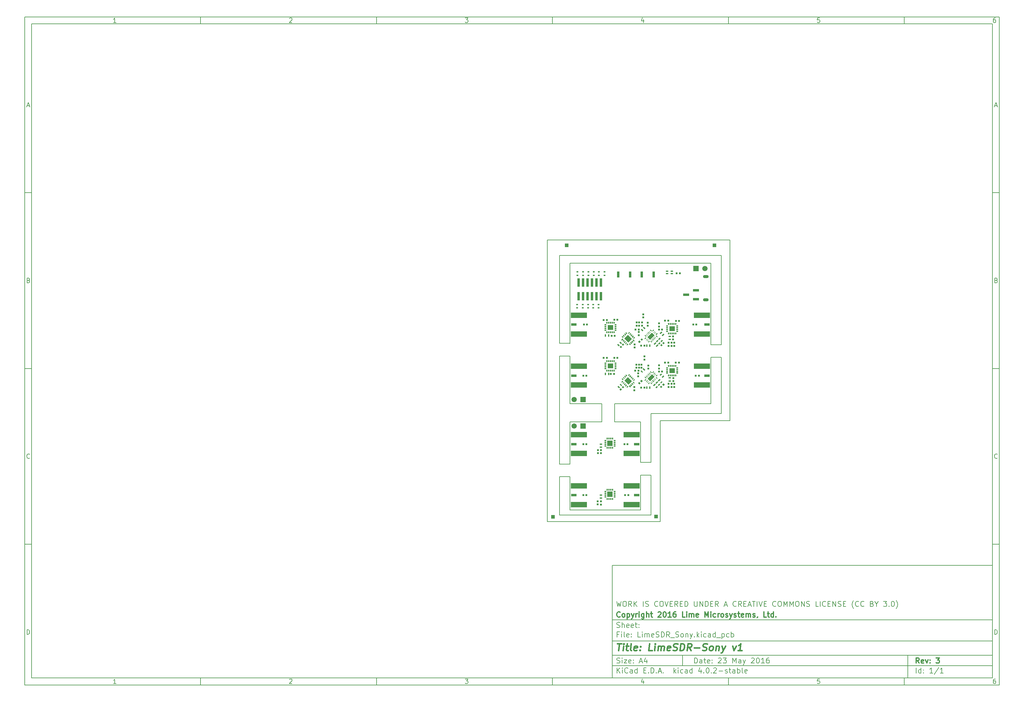
<source format=gtp>
G04 #@! TF.FileFunction,Paste,Top*
%FSLAX46Y46*%
G04 Gerber Fmt 4.6, Leading zero omitted, Abs format (unit mm)*
G04 Created by KiCad (PCBNEW 4.0.2-stable) date 23/05/2016 22:28:53*
%MOMM*%
G01*
G04 APERTURE LIST*
%ADD10C,0.150000*%
%ADD11C,0.300000*%
%ADD12C,0.400000*%
%ADD13C,0.200000*%
%ADD14R,0.995680X0.995680*%
%ADD15R,4.696460X1.496060*%
%ADD16R,1.496060X0.698500*%
%ADD17R,0.495300X0.495300*%
%ADD18R,1.500000X1.500000*%
%ADD19R,0.320000X0.520000*%
%ADD20R,0.520000X0.320000*%
%ADD21R,1.516380X1.516380*%
%ADD22C,1.516380*%
%ADD23R,0.355600X0.657860*%
%ADD24R,0.657860X0.355600*%
%ADD25R,0.300000X0.500000*%
%ADD26R,0.500000X0.300000*%
%ADD27R,1.600000X1.400000*%
%ADD28R,0.800000X1.700000*%
%ADD29O,1.600000X0.900000*%
%ADD30R,0.495300X0.444500*%
%ADD31R,0.740000X2.400000*%
%ADD32R,0.700000X0.400000*%
%ADD33R,1.700000X0.710000*%
G04 APERTURE END LIST*
D10*
X177002200Y-166007200D02*
X177002200Y-198007200D01*
X285002200Y-198007200D01*
X285002200Y-166007200D01*
X177002200Y-166007200D01*
X10000000Y-10000000D02*
X10000000Y-200007200D01*
X287002200Y-200007200D01*
X287002200Y-10000000D01*
X10000000Y-10000000D01*
X12000000Y-12000000D02*
X12000000Y-198007200D01*
X285002200Y-198007200D01*
X285002200Y-12000000D01*
X12000000Y-12000000D01*
X60000000Y-12000000D02*
X60000000Y-10000000D01*
X110000000Y-12000000D02*
X110000000Y-10000000D01*
X160000000Y-12000000D02*
X160000000Y-10000000D01*
X210000000Y-12000000D02*
X210000000Y-10000000D01*
X260000000Y-12000000D02*
X260000000Y-10000000D01*
X35990476Y-11588095D02*
X35247619Y-11588095D01*
X35619048Y-11588095D02*
X35619048Y-10288095D01*
X35495238Y-10473810D01*
X35371429Y-10597619D01*
X35247619Y-10659524D01*
X85247619Y-10411905D02*
X85309524Y-10350000D01*
X85433333Y-10288095D01*
X85742857Y-10288095D01*
X85866667Y-10350000D01*
X85928571Y-10411905D01*
X85990476Y-10535714D01*
X85990476Y-10659524D01*
X85928571Y-10845238D01*
X85185714Y-11588095D01*
X85990476Y-11588095D01*
X135185714Y-10288095D02*
X135990476Y-10288095D01*
X135557143Y-10783333D01*
X135742857Y-10783333D01*
X135866667Y-10845238D01*
X135928571Y-10907143D01*
X135990476Y-11030952D01*
X135990476Y-11340476D01*
X135928571Y-11464286D01*
X135866667Y-11526190D01*
X135742857Y-11588095D01*
X135371429Y-11588095D01*
X135247619Y-11526190D01*
X135185714Y-11464286D01*
X185866667Y-10721429D02*
X185866667Y-11588095D01*
X185557143Y-10226190D02*
X185247619Y-11154762D01*
X186052381Y-11154762D01*
X235928571Y-10288095D02*
X235309524Y-10288095D01*
X235247619Y-10907143D01*
X235309524Y-10845238D01*
X235433333Y-10783333D01*
X235742857Y-10783333D01*
X235866667Y-10845238D01*
X235928571Y-10907143D01*
X235990476Y-11030952D01*
X235990476Y-11340476D01*
X235928571Y-11464286D01*
X235866667Y-11526190D01*
X235742857Y-11588095D01*
X235433333Y-11588095D01*
X235309524Y-11526190D01*
X235247619Y-11464286D01*
X285866667Y-10288095D02*
X285619048Y-10288095D01*
X285495238Y-10350000D01*
X285433333Y-10411905D01*
X285309524Y-10597619D01*
X285247619Y-10845238D01*
X285247619Y-11340476D01*
X285309524Y-11464286D01*
X285371429Y-11526190D01*
X285495238Y-11588095D01*
X285742857Y-11588095D01*
X285866667Y-11526190D01*
X285928571Y-11464286D01*
X285990476Y-11340476D01*
X285990476Y-11030952D01*
X285928571Y-10907143D01*
X285866667Y-10845238D01*
X285742857Y-10783333D01*
X285495238Y-10783333D01*
X285371429Y-10845238D01*
X285309524Y-10907143D01*
X285247619Y-11030952D01*
X60000000Y-198007200D02*
X60000000Y-200007200D01*
X110000000Y-198007200D02*
X110000000Y-200007200D01*
X160000000Y-198007200D02*
X160000000Y-200007200D01*
X210000000Y-198007200D02*
X210000000Y-200007200D01*
X260000000Y-198007200D02*
X260000000Y-200007200D01*
X35990476Y-199595295D02*
X35247619Y-199595295D01*
X35619048Y-199595295D02*
X35619048Y-198295295D01*
X35495238Y-198481010D01*
X35371429Y-198604819D01*
X35247619Y-198666724D01*
X85247619Y-198419105D02*
X85309524Y-198357200D01*
X85433333Y-198295295D01*
X85742857Y-198295295D01*
X85866667Y-198357200D01*
X85928571Y-198419105D01*
X85990476Y-198542914D01*
X85990476Y-198666724D01*
X85928571Y-198852438D01*
X85185714Y-199595295D01*
X85990476Y-199595295D01*
X135185714Y-198295295D02*
X135990476Y-198295295D01*
X135557143Y-198790533D01*
X135742857Y-198790533D01*
X135866667Y-198852438D01*
X135928571Y-198914343D01*
X135990476Y-199038152D01*
X135990476Y-199347676D01*
X135928571Y-199471486D01*
X135866667Y-199533390D01*
X135742857Y-199595295D01*
X135371429Y-199595295D01*
X135247619Y-199533390D01*
X135185714Y-199471486D01*
X185866667Y-198728629D02*
X185866667Y-199595295D01*
X185557143Y-198233390D02*
X185247619Y-199161962D01*
X186052381Y-199161962D01*
X235928571Y-198295295D02*
X235309524Y-198295295D01*
X235247619Y-198914343D01*
X235309524Y-198852438D01*
X235433333Y-198790533D01*
X235742857Y-198790533D01*
X235866667Y-198852438D01*
X235928571Y-198914343D01*
X235990476Y-199038152D01*
X235990476Y-199347676D01*
X235928571Y-199471486D01*
X235866667Y-199533390D01*
X235742857Y-199595295D01*
X235433333Y-199595295D01*
X235309524Y-199533390D01*
X235247619Y-199471486D01*
X285866667Y-198295295D02*
X285619048Y-198295295D01*
X285495238Y-198357200D01*
X285433333Y-198419105D01*
X285309524Y-198604819D01*
X285247619Y-198852438D01*
X285247619Y-199347676D01*
X285309524Y-199471486D01*
X285371429Y-199533390D01*
X285495238Y-199595295D01*
X285742857Y-199595295D01*
X285866667Y-199533390D01*
X285928571Y-199471486D01*
X285990476Y-199347676D01*
X285990476Y-199038152D01*
X285928571Y-198914343D01*
X285866667Y-198852438D01*
X285742857Y-198790533D01*
X285495238Y-198790533D01*
X285371429Y-198852438D01*
X285309524Y-198914343D01*
X285247619Y-199038152D01*
X10000000Y-60000000D02*
X12000000Y-60000000D01*
X10000000Y-110000000D02*
X12000000Y-110000000D01*
X10000000Y-160000000D02*
X12000000Y-160000000D01*
X10690476Y-35216667D02*
X11309524Y-35216667D01*
X10566667Y-35588095D02*
X11000000Y-34288095D01*
X11433333Y-35588095D01*
X11092857Y-84907143D02*
X11278571Y-84969048D01*
X11340476Y-85030952D01*
X11402381Y-85154762D01*
X11402381Y-85340476D01*
X11340476Y-85464286D01*
X11278571Y-85526190D01*
X11154762Y-85588095D01*
X10659524Y-85588095D01*
X10659524Y-84288095D01*
X11092857Y-84288095D01*
X11216667Y-84350000D01*
X11278571Y-84411905D01*
X11340476Y-84535714D01*
X11340476Y-84659524D01*
X11278571Y-84783333D01*
X11216667Y-84845238D01*
X11092857Y-84907143D01*
X10659524Y-84907143D01*
X11402381Y-135464286D02*
X11340476Y-135526190D01*
X11154762Y-135588095D01*
X11030952Y-135588095D01*
X10845238Y-135526190D01*
X10721429Y-135402381D01*
X10659524Y-135278571D01*
X10597619Y-135030952D01*
X10597619Y-134845238D01*
X10659524Y-134597619D01*
X10721429Y-134473810D01*
X10845238Y-134350000D01*
X11030952Y-134288095D01*
X11154762Y-134288095D01*
X11340476Y-134350000D01*
X11402381Y-134411905D01*
X10659524Y-185588095D02*
X10659524Y-184288095D01*
X10969048Y-184288095D01*
X11154762Y-184350000D01*
X11278571Y-184473810D01*
X11340476Y-184597619D01*
X11402381Y-184845238D01*
X11402381Y-185030952D01*
X11340476Y-185278571D01*
X11278571Y-185402381D01*
X11154762Y-185526190D01*
X10969048Y-185588095D01*
X10659524Y-185588095D01*
X287002200Y-60000000D02*
X285002200Y-60000000D01*
X287002200Y-110000000D02*
X285002200Y-110000000D01*
X287002200Y-160000000D02*
X285002200Y-160000000D01*
X285692676Y-35216667D02*
X286311724Y-35216667D01*
X285568867Y-35588095D02*
X286002200Y-34288095D01*
X286435533Y-35588095D01*
X286095057Y-84907143D02*
X286280771Y-84969048D01*
X286342676Y-85030952D01*
X286404581Y-85154762D01*
X286404581Y-85340476D01*
X286342676Y-85464286D01*
X286280771Y-85526190D01*
X286156962Y-85588095D01*
X285661724Y-85588095D01*
X285661724Y-84288095D01*
X286095057Y-84288095D01*
X286218867Y-84350000D01*
X286280771Y-84411905D01*
X286342676Y-84535714D01*
X286342676Y-84659524D01*
X286280771Y-84783333D01*
X286218867Y-84845238D01*
X286095057Y-84907143D01*
X285661724Y-84907143D01*
X286404581Y-135464286D02*
X286342676Y-135526190D01*
X286156962Y-135588095D01*
X286033152Y-135588095D01*
X285847438Y-135526190D01*
X285723629Y-135402381D01*
X285661724Y-135278571D01*
X285599819Y-135030952D01*
X285599819Y-134845238D01*
X285661724Y-134597619D01*
X285723629Y-134473810D01*
X285847438Y-134350000D01*
X286033152Y-134288095D01*
X286156962Y-134288095D01*
X286342676Y-134350000D01*
X286404581Y-134411905D01*
X285661724Y-185588095D02*
X285661724Y-184288095D01*
X285971248Y-184288095D01*
X286156962Y-184350000D01*
X286280771Y-184473810D01*
X286342676Y-184597619D01*
X286404581Y-184845238D01*
X286404581Y-185030952D01*
X286342676Y-185278571D01*
X286280771Y-185402381D01*
X286156962Y-185526190D01*
X285971248Y-185588095D01*
X285661724Y-185588095D01*
X200359343Y-193785771D02*
X200359343Y-192285771D01*
X200716486Y-192285771D01*
X200930771Y-192357200D01*
X201073629Y-192500057D01*
X201145057Y-192642914D01*
X201216486Y-192928629D01*
X201216486Y-193142914D01*
X201145057Y-193428629D01*
X201073629Y-193571486D01*
X200930771Y-193714343D01*
X200716486Y-193785771D01*
X200359343Y-193785771D01*
X202502200Y-193785771D02*
X202502200Y-193000057D01*
X202430771Y-192857200D01*
X202287914Y-192785771D01*
X202002200Y-192785771D01*
X201859343Y-192857200D01*
X202502200Y-193714343D02*
X202359343Y-193785771D01*
X202002200Y-193785771D01*
X201859343Y-193714343D01*
X201787914Y-193571486D01*
X201787914Y-193428629D01*
X201859343Y-193285771D01*
X202002200Y-193214343D01*
X202359343Y-193214343D01*
X202502200Y-193142914D01*
X203002200Y-192785771D02*
X203573629Y-192785771D01*
X203216486Y-192285771D02*
X203216486Y-193571486D01*
X203287914Y-193714343D01*
X203430772Y-193785771D01*
X203573629Y-193785771D01*
X204645057Y-193714343D02*
X204502200Y-193785771D01*
X204216486Y-193785771D01*
X204073629Y-193714343D01*
X204002200Y-193571486D01*
X204002200Y-193000057D01*
X204073629Y-192857200D01*
X204216486Y-192785771D01*
X204502200Y-192785771D01*
X204645057Y-192857200D01*
X204716486Y-193000057D01*
X204716486Y-193142914D01*
X204002200Y-193285771D01*
X205359343Y-193642914D02*
X205430771Y-193714343D01*
X205359343Y-193785771D01*
X205287914Y-193714343D01*
X205359343Y-193642914D01*
X205359343Y-193785771D01*
X205359343Y-192857200D02*
X205430771Y-192928629D01*
X205359343Y-193000057D01*
X205287914Y-192928629D01*
X205359343Y-192857200D01*
X205359343Y-193000057D01*
X207145057Y-192428629D02*
X207216486Y-192357200D01*
X207359343Y-192285771D01*
X207716486Y-192285771D01*
X207859343Y-192357200D01*
X207930772Y-192428629D01*
X208002200Y-192571486D01*
X208002200Y-192714343D01*
X207930772Y-192928629D01*
X207073629Y-193785771D01*
X208002200Y-193785771D01*
X208502200Y-192285771D02*
X209430771Y-192285771D01*
X208930771Y-192857200D01*
X209145057Y-192857200D01*
X209287914Y-192928629D01*
X209359343Y-193000057D01*
X209430771Y-193142914D01*
X209430771Y-193500057D01*
X209359343Y-193642914D01*
X209287914Y-193714343D01*
X209145057Y-193785771D01*
X208716485Y-193785771D01*
X208573628Y-193714343D01*
X208502200Y-193642914D01*
X211216485Y-193785771D02*
X211216485Y-192285771D01*
X211716485Y-193357200D01*
X212216485Y-192285771D01*
X212216485Y-193785771D01*
X213573628Y-193785771D02*
X213573628Y-193000057D01*
X213502199Y-192857200D01*
X213359342Y-192785771D01*
X213073628Y-192785771D01*
X212930771Y-192857200D01*
X213573628Y-193714343D02*
X213430771Y-193785771D01*
X213073628Y-193785771D01*
X212930771Y-193714343D01*
X212859342Y-193571486D01*
X212859342Y-193428629D01*
X212930771Y-193285771D01*
X213073628Y-193214343D01*
X213430771Y-193214343D01*
X213573628Y-193142914D01*
X214145057Y-192785771D02*
X214502200Y-193785771D01*
X214859342Y-192785771D02*
X214502200Y-193785771D01*
X214359342Y-194142914D01*
X214287914Y-194214343D01*
X214145057Y-194285771D01*
X216502199Y-192428629D02*
X216573628Y-192357200D01*
X216716485Y-192285771D01*
X217073628Y-192285771D01*
X217216485Y-192357200D01*
X217287914Y-192428629D01*
X217359342Y-192571486D01*
X217359342Y-192714343D01*
X217287914Y-192928629D01*
X216430771Y-193785771D01*
X217359342Y-193785771D01*
X218287913Y-192285771D02*
X218430770Y-192285771D01*
X218573627Y-192357200D01*
X218645056Y-192428629D01*
X218716485Y-192571486D01*
X218787913Y-192857200D01*
X218787913Y-193214343D01*
X218716485Y-193500057D01*
X218645056Y-193642914D01*
X218573627Y-193714343D01*
X218430770Y-193785771D01*
X218287913Y-193785771D01*
X218145056Y-193714343D01*
X218073627Y-193642914D01*
X218002199Y-193500057D01*
X217930770Y-193214343D01*
X217930770Y-192857200D01*
X218002199Y-192571486D01*
X218073627Y-192428629D01*
X218145056Y-192357200D01*
X218287913Y-192285771D01*
X220216484Y-193785771D02*
X219359341Y-193785771D01*
X219787913Y-193785771D02*
X219787913Y-192285771D01*
X219645056Y-192500057D01*
X219502198Y-192642914D01*
X219359341Y-192714343D01*
X221502198Y-192285771D02*
X221216484Y-192285771D01*
X221073627Y-192357200D01*
X221002198Y-192428629D01*
X220859341Y-192642914D01*
X220787912Y-192928629D01*
X220787912Y-193500057D01*
X220859341Y-193642914D01*
X220930769Y-193714343D01*
X221073627Y-193785771D01*
X221359341Y-193785771D01*
X221502198Y-193714343D01*
X221573627Y-193642914D01*
X221645055Y-193500057D01*
X221645055Y-193142914D01*
X221573627Y-193000057D01*
X221502198Y-192928629D01*
X221359341Y-192857200D01*
X221073627Y-192857200D01*
X220930769Y-192928629D01*
X220859341Y-193000057D01*
X220787912Y-193142914D01*
X177002200Y-194507200D02*
X285002200Y-194507200D01*
X178359343Y-196585771D02*
X178359343Y-195085771D01*
X179216486Y-196585771D02*
X178573629Y-195728629D01*
X179216486Y-195085771D02*
X178359343Y-195942914D01*
X179859343Y-196585771D02*
X179859343Y-195585771D01*
X179859343Y-195085771D02*
X179787914Y-195157200D01*
X179859343Y-195228629D01*
X179930771Y-195157200D01*
X179859343Y-195085771D01*
X179859343Y-195228629D01*
X181430772Y-196442914D02*
X181359343Y-196514343D01*
X181145057Y-196585771D01*
X181002200Y-196585771D01*
X180787915Y-196514343D01*
X180645057Y-196371486D01*
X180573629Y-196228629D01*
X180502200Y-195942914D01*
X180502200Y-195728629D01*
X180573629Y-195442914D01*
X180645057Y-195300057D01*
X180787915Y-195157200D01*
X181002200Y-195085771D01*
X181145057Y-195085771D01*
X181359343Y-195157200D01*
X181430772Y-195228629D01*
X182716486Y-196585771D02*
X182716486Y-195800057D01*
X182645057Y-195657200D01*
X182502200Y-195585771D01*
X182216486Y-195585771D01*
X182073629Y-195657200D01*
X182716486Y-196514343D02*
X182573629Y-196585771D01*
X182216486Y-196585771D01*
X182073629Y-196514343D01*
X182002200Y-196371486D01*
X182002200Y-196228629D01*
X182073629Y-196085771D01*
X182216486Y-196014343D01*
X182573629Y-196014343D01*
X182716486Y-195942914D01*
X184073629Y-196585771D02*
X184073629Y-195085771D01*
X184073629Y-196514343D02*
X183930772Y-196585771D01*
X183645058Y-196585771D01*
X183502200Y-196514343D01*
X183430772Y-196442914D01*
X183359343Y-196300057D01*
X183359343Y-195871486D01*
X183430772Y-195728629D01*
X183502200Y-195657200D01*
X183645058Y-195585771D01*
X183930772Y-195585771D01*
X184073629Y-195657200D01*
X185930772Y-195800057D02*
X186430772Y-195800057D01*
X186645058Y-196585771D02*
X185930772Y-196585771D01*
X185930772Y-195085771D01*
X186645058Y-195085771D01*
X187287915Y-196442914D02*
X187359343Y-196514343D01*
X187287915Y-196585771D01*
X187216486Y-196514343D01*
X187287915Y-196442914D01*
X187287915Y-196585771D01*
X188002201Y-196585771D02*
X188002201Y-195085771D01*
X188359344Y-195085771D01*
X188573629Y-195157200D01*
X188716487Y-195300057D01*
X188787915Y-195442914D01*
X188859344Y-195728629D01*
X188859344Y-195942914D01*
X188787915Y-196228629D01*
X188716487Y-196371486D01*
X188573629Y-196514343D01*
X188359344Y-196585771D01*
X188002201Y-196585771D01*
X189502201Y-196442914D02*
X189573629Y-196514343D01*
X189502201Y-196585771D01*
X189430772Y-196514343D01*
X189502201Y-196442914D01*
X189502201Y-196585771D01*
X190145058Y-196157200D02*
X190859344Y-196157200D01*
X190002201Y-196585771D02*
X190502201Y-195085771D01*
X191002201Y-196585771D01*
X191502201Y-196442914D02*
X191573629Y-196514343D01*
X191502201Y-196585771D01*
X191430772Y-196514343D01*
X191502201Y-196442914D01*
X191502201Y-196585771D01*
X194502201Y-196585771D02*
X194502201Y-195085771D01*
X194645058Y-196014343D02*
X195073629Y-196585771D01*
X195073629Y-195585771D02*
X194502201Y-196157200D01*
X195716487Y-196585771D02*
X195716487Y-195585771D01*
X195716487Y-195085771D02*
X195645058Y-195157200D01*
X195716487Y-195228629D01*
X195787915Y-195157200D01*
X195716487Y-195085771D01*
X195716487Y-195228629D01*
X197073630Y-196514343D02*
X196930773Y-196585771D01*
X196645059Y-196585771D01*
X196502201Y-196514343D01*
X196430773Y-196442914D01*
X196359344Y-196300057D01*
X196359344Y-195871486D01*
X196430773Y-195728629D01*
X196502201Y-195657200D01*
X196645059Y-195585771D01*
X196930773Y-195585771D01*
X197073630Y-195657200D01*
X198359344Y-196585771D02*
X198359344Y-195800057D01*
X198287915Y-195657200D01*
X198145058Y-195585771D01*
X197859344Y-195585771D01*
X197716487Y-195657200D01*
X198359344Y-196514343D02*
X198216487Y-196585771D01*
X197859344Y-196585771D01*
X197716487Y-196514343D01*
X197645058Y-196371486D01*
X197645058Y-196228629D01*
X197716487Y-196085771D01*
X197859344Y-196014343D01*
X198216487Y-196014343D01*
X198359344Y-195942914D01*
X199716487Y-196585771D02*
X199716487Y-195085771D01*
X199716487Y-196514343D02*
X199573630Y-196585771D01*
X199287916Y-196585771D01*
X199145058Y-196514343D01*
X199073630Y-196442914D01*
X199002201Y-196300057D01*
X199002201Y-195871486D01*
X199073630Y-195728629D01*
X199145058Y-195657200D01*
X199287916Y-195585771D01*
X199573630Y-195585771D01*
X199716487Y-195657200D01*
X202216487Y-195585771D02*
X202216487Y-196585771D01*
X201859344Y-195014343D02*
X201502201Y-196085771D01*
X202430773Y-196085771D01*
X203002201Y-196442914D02*
X203073629Y-196514343D01*
X203002201Y-196585771D01*
X202930772Y-196514343D01*
X203002201Y-196442914D01*
X203002201Y-196585771D01*
X204002201Y-195085771D02*
X204145058Y-195085771D01*
X204287915Y-195157200D01*
X204359344Y-195228629D01*
X204430773Y-195371486D01*
X204502201Y-195657200D01*
X204502201Y-196014343D01*
X204430773Y-196300057D01*
X204359344Y-196442914D01*
X204287915Y-196514343D01*
X204145058Y-196585771D01*
X204002201Y-196585771D01*
X203859344Y-196514343D01*
X203787915Y-196442914D01*
X203716487Y-196300057D01*
X203645058Y-196014343D01*
X203645058Y-195657200D01*
X203716487Y-195371486D01*
X203787915Y-195228629D01*
X203859344Y-195157200D01*
X204002201Y-195085771D01*
X205145058Y-196442914D02*
X205216486Y-196514343D01*
X205145058Y-196585771D01*
X205073629Y-196514343D01*
X205145058Y-196442914D01*
X205145058Y-196585771D01*
X205787915Y-195228629D02*
X205859344Y-195157200D01*
X206002201Y-195085771D01*
X206359344Y-195085771D01*
X206502201Y-195157200D01*
X206573630Y-195228629D01*
X206645058Y-195371486D01*
X206645058Y-195514343D01*
X206573630Y-195728629D01*
X205716487Y-196585771D01*
X206645058Y-196585771D01*
X207287915Y-196014343D02*
X208430772Y-196014343D01*
X209073629Y-196514343D02*
X209216486Y-196585771D01*
X209502201Y-196585771D01*
X209645058Y-196514343D01*
X209716486Y-196371486D01*
X209716486Y-196300057D01*
X209645058Y-196157200D01*
X209502201Y-196085771D01*
X209287915Y-196085771D01*
X209145058Y-196014343D01*
X209073629Y-195871486D01*
X209073629Y-195800057D01*
X209145058Y-195657200D01*
X209287915Y-195585771D01*
X209502201Y-195585771D01*
X209645058Y-195657200D01*
X210145058Y-195585771D02*
X210716487Y-195585771D01*
X210359344Y-195085771D02*
X210359344Y-196371486D01*
X210430772Y-196514343D01*
X210573630Y-196585771D01*
X210716487Y-196585771D01*
X211859344Y-196585771D02*
X211859344Y-195800057D01*
X211787915Y-195657200D01*
X211645058Y-195585771D01*
X211359344Y-195585771D01*
X211216487Y-195657200D01*
X211859344Y-196514343D02*
X211716487Y-196585771D01*
X211359344Y-196585771D01*
X211216487Y-196514343D01*
X211145058Y-196371486D01*
X211145058Y-196228629D01*
X211216487Y-196085771D01*
X211359344Y-196014343D01*
X211716487Y-196014343D01*
X211859344Y-195942914D01*
X212573630Y-196585771D02*
X212573630Y-195085771D01*
X212573630Y-195657200D02*
X212716487Y-195585771D01*
X213002201Y-195585771D01*
X213145058Y-195657200D01*
X213216487Y-195728629D01*
X213287916Y-195871486D01*
X213287916Y-196300057D01*
X213216487Y-196442914D01*
X213145058Y-196514343D01*
X213002201Y-196585771D01*
X212716487Y-196585771D01*
X212573630Y-196514343D01*
X214145059Y-196585771D02*
X214002201Y-196514343D01*
X213930773Y-196371486D01*
X213930773Y-195085771D01*
X215287915Y-196514343D02*
X215145058Y-196585771D01*
X214859344Y-196585771D01*
X214716487Y-196514343D01*
X214645058Y-196371486D01*
X214645058Y-195800057D01*
X214716487Y-195657200D01*
X214859344Y-195585771D01*
X215145058Y-195585771D01*
X215287915Y-195657200D01*
X215359344Y-195800057D01*
X215359344Y-195942914D01*
X214645058Y-196085771D01*
X177002200Y-191507200D02*
X285002200Y-191507200D01*
D11*
X264216486Y-193785771D02*
X263716486Y-193071486D01*
X263359343Y-193785771D02*
X263359343Y-192285771D01*
X263930771Y-192285771D01*
X264073629Y-192357200D01*
X264145057Y-192428629D01*
X264216486Y-192571486D01*
X264216486Y-192785771D01*
X264145057Y-192928629D01*
X264073629Y-193000057D01*
X263930771Y-193071486D01*
X263359343Y-193071486D01*
X265430771Y-193714343D02*
X265287914Y-193785771D01*
X265002200Y-193785771D01*
X264859343Y-193714343D01*
X264787914Y-193571486D01*
X264787914Y-193000057D01*
X264859343Y-192857200D01*
X265002200Y-192785771D01*
X265287914Y-192785771D01*
X265430771Y-192857200D01*
X265502200Y-193000057D01*
X265502200Y-193142914D01*
X264787914Y-193285771D01*
X266002200Y-192785771D02*
X266359343Y-193785771D01*
X266716485Y-192785771D01*
X267287914Y-193642914D02*
X267359342Y-193714343D01*
X267287914Y-193785771D01*
X267216485Y-193714343D01*
X267287914Y-193642914D01*
X267287914Y-193785771D01*
X267287914Y-192857200D02*
X267359342Y-192928629D01*
X267287914Y-193000057D01*
X267216485Y-192928629D01*
X267287914Y-192857200D01*
X267287914Y-193000057D01*
X269002200Y-192285771D02*
X269930771Y-192285771D01*
X269430771Y-192857200D01*
X269645057Y-192857200D01*
X269787914Y-192928629D01*
X269859343Y-193000057D01*
X269930771Y-193142914D01*
X269930771Y-193500057D01*
X269859343Y-193642914D01*
X269787914Y-193714343D01*
X269645057Y-193785771D01*
X269216485Y-193785771D01*
X269073628Y-193714343D01*
X269002200Y-193642914D01*
D10*
X178287914Y-193714343D02*
X178502200Y-193785771D01*
X178859343Y-193785771D01*
X179002200Y-193714343D01*
X179073629Y-193642914D01*
X179145057Y-193500057D01*
X179145057Y-193357200D01*
X179073629Y-193214343D01*
X179002200Y-193142914D01*
X178859343Y-193071486D01*
X178573629Y-193000057D01*
X178430771Y-192928629D01*
X178359343Y-192857200D01*
X178287914Y-192714343D01*
X178287914Y-192571486D01*
X178359343Y-192428629D01*
X178430771Y-192357200D01*
X178573629Y-192285771D01*
X178930771Y-192285771D01*
X179145057Y-192357200D01*
X179787914Y-193785771D02*
X179787914Y-192785771D01*
X179787914Y-192285771D02*
X179716485Y-192357200D01*
X179787914Y-192428629D01*
X179859342Y-192357200D01*
X179787914Y-192285771D01*
X179787914Y-192428629D01*
X180359343Y-192785771D02*
X181145057Y-192785771D01*
X180359343Y-193785771D01*
X181145057Y-193785771D01*
X182287914Y-193714343D02*
X182145057Y-193785771D01*
X181859343Y-193785771D01*
X181716486Y-193714343D01*
X181645057Y-193571486D01*
X181645057Y-193000057D01*
X181716486Y-192857200D01*
X181859343Y-192785771D01*
X182145057Y-192785771D01*
X182287914Y-192857200D01*
X182359343Y-193000057D01*
X182359343Y-193142914D01*
X181645057Y-193285771D01*
X183002200Y-193642914D02*
X183073628Y-193714343D01*
X183002200Y-193785771D01*
X182930771Y-193714343D01*
X183002200Y-193642914D01*
X183002200Y-193785771D01*
X183002200Y-192857200D02*
X183073628Y-192928629D01*
X183002200Y-193000057D01*
X182930771Y-192928629D01*
X183002200Y-192857200D01*
X183002200Y-193000057D01*
X184787914Y-193357200D02*
X185502200Y-193357200D01*
X184645057Y-193785771D02*
X185145057Y-192285771D01*
X185645057Y-193785771D01*
X186787914Y-192785771D02*
X186787914Y-193785771D01*
X186430771Y-192214343D02*
X186073628Y-193285771D01*
X187002200Y-193285771D01*
X263359343Y-196585771D02*
X263359343Y-195085771D01*
X264716486Y-196585771D02*
X264716486Y-195085771D01*
X264716486Y-196514343D02*
X264573629Y-196585771D01*
X264287915Y-196585771D01*
X264145057Y-196514343D01*
X264073629Y-196442914D01*
X264002200Y-196300057D01*
X264002200Y-195871486D01*
X264073629Y-195728629D01*
X264145057Y-195657200D01*
X264287915Y-195585771D01*
X264573629Y-195585771D01*
X264716486Y-195657200D01*
X265430772Y-196442914D02*
X265502200Y-196514343D01*
X265430772Y-196585771D01*
X265359343Y-196514343D01*
X265430772Y-196442914D01*
X265430772Y-196585771D01*
X265430772Y-195657200D02*
X265502200Y-195728629D01*
X265430772Y-195800057D01*
X265359343Y-195728629D01*
X265430772Y-195657200D01*
X265430772Y-195800057D01*
X268073629Y-196585771D02*
X267216486Y-196585771D01*
X267645058Y-196585771D02*
X267645058Y-195085771D01*
X267502201Y-195300057D01*
X267359343Y-195442914D01*
X267216486Y-195514343D01*
X269787914Y-195014343D02*
X268502200Y-196942914D01*
X271073629Y-196585771D02*
X270216486Y-196585771D01*
X270645058Y-196585771D02*
X270645058Y-195085771D01*
X270502201Y-195300057D01*
X270359343Y-195442914D01*
X270216486Y-195514343D01*
X177002200Y-187507200D02*
X285002200Y-187507200D01*
D12*
X178454581Y-188211962D02*
X179597438Y-188211962D01*
X178776010Y-190211962D02*
X179026010Y-188211962D01*
X180014105Y-190211962D02*
X180180771Y-188878629D01*
X180264105Y-188211962D02*
X180156962Y-188307200D01*
X180240295Y-188402438D01*
X180347439Y-188307200D01*
X180264105Y-188211962D01*
X180240295Y-188402438D01*
X180847438Y-188878629D02*
X181609343Y-188878629D01*
X181216486Y-188211962D02*
X181002200Y-189926248D01*
X181073630Y-190116724D01*
X181252201Y-190211962D01*
X181442677Y-190211962D01*
X182395058Y-190211962D02*
X182216487Y-190116724D01*
X182145057Y-189926248D01*
X182359343Y-188211962D01*
X183930772Y-190116724D02*
X183728391Y-190211962D01*
X183347439Y-190211962D01*
X183168867Y-190116724D01*
X183097438Y-189926248D01*
X183192676Y-189164343D01*
X183311724Y-188973867D01*
X183514105Y-188878629D01*
X183895057Y-188878629D01*
X184073629Y-188973867D01*
X184145057Y-189164343D01*
X184121248Y-189354819D01*
X183145057Y-189545295D01*
X184895057Y-190021486D02*
X184978392Y-190116724D01*
X184871248Y-190211962D01*
X184787915Y-190116724D01*
X184895057Y-190021486D01*
X184871248Y-190211962D01*
X185026010Y-188973867D02*
X185109344Y-189069105D01*
X185002200Y-189164343D01*
X184918867Y-189069105D01*
X185026010Y-188973867D01*
X185002200Y-189164343D01*
X188299820Y-190211962D02*
X187347439Y-190211962D01*
X187597439Y-188211962D01*
X188966487Y-190211962D02*
X189133153Y-188878629D01*
X189216487Y-188211962D02*
X189109344Y-188307200D01*
X189192677Y-188402438D01*
X189299821Y-188307200D01*
X189216487Y-188211962D01*
X189192677Y-188402438D01*
X189918868Y-190211962D02*
X190085534Y-188878629D01*
X190061725Y-189069105D02*
X190168869Y-188973867D01*
X190371249Y-188878629D01*
X190656963Y-188878629D01*
X190835535Y-188973867D01*
X190906963Y-189164343D01*
X190776011Y-190211962D01*
X190906963Y-189164343D02*
X191026011Y-188973867D01*
X191228392Y-188878629D01*
X191514106Y-188878629D01*
X191692678Y-188973867D01*
X191764106Y-189164343D01*
X191633154Y-190211962D01*
X193359345Y-190116724D02*
X193156964Y-190211962D01*
X192776012Y-190211962D01*
X192597440Y-190116724D01*
X192526011Y-189926248D01*
X192621249Y-189164343D01*
X192740297Y-188973867D01*
X192942678Y-188878629D01*
X193323630Y-188878629D01*
X193502202Y-188973867D01*
X193573630Y-189164343D01*
X193549821Y-189354819D01*
X192573630Y-189545295D01*
X194216488Y-190116724D02*
X194490298Y-190211962D01*
X194966488Y-190211962D01*
X195168869Y-190116724D01*
X195276011Y-190021486D01*
X195395060Y-189831010D01*
X195418869Y-189640533D01*
X195347440Y-189450057D01*
X195264107Y-189354819D01*
X195085535Y-189259581D01*
X194716488Y-189164343D01*
X194537917Y-189069105D01*
X194454583Y-188973867D01*
X194383154Y-188783390D01*
X194406964Y-188592914D01*
X194526011Y-188402438D01*
X194633155Y-188307200D01*
X194835536Y-188211962D01*
X195311726Y-188211962D01*
X195585536Y-188307200D01*
X196204583Y-190211962D02*
X196454583Y-188211962D01*
X196930774Y-188211962D01*
X197204583Y-188307200D01*
X197371250Y-188497676D01*
X197442679Y-188688152D01*
X197490298Y-189069105D01*
X197454584Y-189354819D01*
X197311727Y-189735771D01*
X197192678Y-189926248D01*
X196978393Y-190116724D01*
X196680774Y-190211962D01*
X196204583Y-190211962D01*
X199347441Y-190211962D02*
X198799821Y-189259581D01*
X198204583Y-190211962D02*
X198454583Y-188211962D01*
X199216488Y-188211962D01*
X199395059Y-188307200D01*
X199478393Y-188402438D01*
X199549822Y-188592914D01*
X199514107Y-188878629D01*
X199395060Y-189069105D01*
X199287916Y-189164343D01*
X199085535Y-189259581D01*
X198323630Y-189259581D01*
X200299821Y-189450057D02*
X201823631Y-189450057D01*
X202597440Y-190116724D02*
X202871250Y-190211962D01*
X203347440Y-190211962D01*
X203549821Y-190116724D01*
X203656963Y-190021486D01*
X203776012Y-189831010D01*
X203799821Y-189640533D01*
X203728392Y-189450057D01*
X203645059Y-189354819D01*
X203466487Y-189259581D01*
X203097440Y-189164343D01*
X202918869Y-189069105D01*
X202835535Y-188973867D01*
X202764106Y-188783390D01*
X202787916Y-188592914D01*
X202906963Y-188402438D01*
X203014107Y-188307200D01*
X203216488Y-188211962D01*
X203692678Y-188211962D01*
X203966488Y-188307200D01*
X204871250Y-190211962D02*
X204692679Y-190116724D01*
X204609344Y-190021486D01*
X204537916Y-189831010D01*
X204609344Y-189259581D01*
X204728392Y-189069105D01*
X204835536Y-188973867D01*
X205037916Y-188878629D01*
X205323630Y-188878629D01*
X205502202Y-188973867D01*
X205585535Y-189069105D01*
X205656963Y-189259581D01*
X205585535Y-189831010D01*
X205466487Y-190021486D01*
X205359345Y-190116724D01*
X205156964Y-190211962D01*
X204871250Y-190211962D01*
X206561725Y-188878629D02*
X206395059Y-190211962D01*
X206537916Y-189069105D02*
X206645060Y-188973867D01*
X206847440Y-188878629D01*
X207133154Y-188878629D01*
X207311726Y-188973867D01*
X207383154Y-189164343D01*
X207252202Y-190211962D01*
X208180773Y-188878629D02*
X208490298Y-190211962D01*
X209133154Y-188878629D02*
X208490298Y-190211962D01*
X208240298Y-190688152D01*
X208133154Y-190783390D01*
X207930773Y-190878629D01*
X211228393Y-188878629D02*
X211537918Y-190211962D01*
X212180774Y-188878629D01*
X213823633Y-190211962D02*
X212680775Y-190211962D01*
X213252204Y-190211962D02*
X213502204Y-188211962D01*
X213276014Y-188497676D01*
X213061728Y-188688152D01*
X212859346Y-188783390D01*
D10*
X178859343Y-185600057D02*
X178359343Y-185600057D01*
X178359343Y-186385771D02*
X178359343Y-184885771D01*
X179073629Y-184885771D01*
X179645057Y-186385771D02*
X179645057Y-185385771D01*
X179645057Y-184885771D02*
X179573628Y-184957200D01*
X179645057Y-185028629D01*
X179716485Y-184957200D01*
X179645057Y-184885771D01*
X179645057Y-185028629D01*
X180573629Y-186385771D02*
X180430771Y-186314343D01*
X180359343Y-186171486D01*
X180359343Y-184885771D01*
X181716485Y-186314343D02*
X181573628Y-186385771D01*
X181287914Y-186385771D01*
X181145057Y-186314343D01*
X181073628Y-186171486D01*
X181073628Y-185600057D01*
X181145057Y-185457200D01*
X181287914Y-185385771D01*
X181573628Y-185385771D01*
X181716485Y-185457200D01*
X181787914Y-185600057D01*
X181787914Y-185742914D01*
X181073628Y-185885771D01*
X182430771Y-186242914D02*
X182502199Y-186314343D01*
X182430771Y-186385771D01*
X182359342Y-186314343D01*
X182430771Y-186242914D01*
X182430771Y-186385771D01*
X182430771Y-185457200D02*
X182502199Y-185528629D01*
X182430771Y-185600057D01*
X182359342Y-185528629D01*
X182430771Y-185457200D01*
X182430771Y-185600057D01*
X185002200Y-186385771D02*
X184287914Y-186385771D01*
X184287914Y-184885771D01*
X185502200Y-186385771D02*
X185502200Y-185385771D01*
X185502200Y-184885771D02*
X185430771Y-184957200D01*
X185502200Y-185028629D01*
X185573628Y-184957200D01*
X185502200Y-184885771D01*
X185502200Y-185028629D01*
X186216486Y-186385771D02*
X186216486Y-185385771D01*
X186216486Y-185528629D02*
X186287914Y-185457200D01*
X186430772Y-185385771D01*
X186645057Y-185385771D01*
X186787914Y-185457200D01*
X186859343Y-185600057D01*
X186859343Y-186385771D01*
X186859343Y-185600057D02*
X186930772Y-185457200D01*
X187073629Y-185385771D01*
X187287914Y-185385771D01*
X187430772Y-185457200D01*
X187502200Y-185600057D01*
X187502200Y-186385771D01*
X188787914Y-186314343D02*
X188645057Y-186385771D01*
X188359343Y-186385771D01*
X188216486Y-186314343D01*
X188145057Y-186171486D01*
X188145057Y-185600057D01*
X188216486Y-185457200D01*
X188359343Y-185385771D01*
X188645057Y-185385771D01*
X188787914Y-185457200D01*
X188859343Y-185600057D01*
X188859343Y-185742914D01*
X188145057Y-185885771D01*
X189430771Y-186314343D02*
X189645057Y-186385771D01*
X190002200Y-186385771D01*
X190145057Y-186314343D01*
X190216486Y-186242914D01*
X190287914Y-186100057D01*
X190287914Y-185957200D01*
X190216486Y-185814343D01*
X190145057Y-185742914D01*
X190002200Y-185671486D01*
X189716486Y-185600057D01*
X189573628Y-185528629D01*
X189502200Y-185457200D01*
X189430771Y-185314343D01*
X189430771Y-185171486D01*
X189502200Y-185028629D01*
X189573628Y-184957200D01*
X189716486Y-184885771D01*
X190073628Y-184885771D01*
X190287914Y-184957200D01*
X190930771Y-186385771D02*
X190930771Y-184885771D01*
X191287914Y-184885771D01*
X191502199Y-184957200D01*
X191645057Y-185100057D01*
X191716485Y-185242914D01*
X191787914Y-185528629D01*
X191787914Y-185742914D01*
X191716485Y-186028629D01*
X191645057Y-186171486D01*
X191502199Y-186314343D01*
X191287914Y-186385771D01*
X190930771Y-186385771D01*
X193287914Y-186385771D02*
X192787914Y-185671486D01*
X192430771Y-186385771D02*
X192430771Y-184885771D01*
X193002199Y-184885771D01*
X193145057Y-184957200D01*
X193216485Y-185028629D01*
X193287914Y-185171486D01*
X193287914Y-185385771D01*
X193216485Y-185528629D01*
X193145057Y-185600057D01*
X193002199Y-185671486D01*
X192430771Y-185671486D01*
X193573628Y-186528629D02*
X194716485Y-186528629D01*
X195002199Y-186314343D02*
X195216485Y-186385771D01*
X195573628Y-186385771D01*
X195716485Y-186314343D01*
X195787914Y-186242914D01*
X195859342Y-186100057D01*
X195859342Y-185957200D01*
X195787914Y-185814343D01*
X195716485Y-185742914D01*
X195573628Y-185671486D01*
X195287914Y-185600057D01*
X195145056Y-185528629D01*
X195073628Y-185457200D01*
X195002199Y-185314343D01*
X195002199Y-185171486D01*
X195073628Y-185028629D01*
X195145056Y-184957200D01*
X195287914Y-184885771D01*
X195645056Y-184885771D01*
X195859342Y-184957200D01*
X196716485Y-186385771D02*
X196573627Y-186314343D01*
X196502199Y-186242914D01*
X196430770Y-186100057D01*
X196430770Y-185671486D01*
X196502199Y-185528629D01*
X196573627Y-185457200D01*
X196716485Y-185385771D01*
X196930770Y-185385771D01*
X197073627Y-185457200D01*
X197145056Y-185528629D01*
X197216485Y-185671486D01*
X197216485Y-186100057D01*
X197145056Y-186242914D01*
X197073627Y-186314343D01*
X196930770Y-186385771D01*
X196716485Y-186385771D01*
X197859342Y-185385771D02*
X197859342Y-186385771D01*
X197859342Y-185528629D02*
X197930770Y-185457200D01*
X198073628Y-185385771D01*
X198287913Y-185385771D01*
X198430770Y-185457200D01*
X198502199Y-185600057D01*
X198502199Y-186385771D01*
X199073628Y-185385771D02*
X199430771Y-186385771D01*
X199787913Y-185385771D02*
X199430771Y-186385771D01*
X199287913Y-186742914D01*
X199216485Y-186814343D01*
X199073628Y-186885771D01*
X200359342Y-186242914D02*
X200430770Y-186314343D01*
X200359342Y-186385771D01*
X200287913Y-186314343D01*
X200359342Y-186242914D01*
X200359342Y-186385771D01*
X201073628Y-186385771D02*
X201073628Y-184885771D01*
X201216485Y-185814343D02*
X201645056Y-186385771D01*
X201645056Y-185385771D02*
X201073628Y-185957200D01*
X202287914Y-186385771D02*
X202287914Y-185385771D01*
X202287914Y-184885771D02*
X202216485Y-184957200D01*
X202287914Y-185028629D01*
X202359342Y-184957200D01*
X202287914Y-184885771D01*
X202287914Y-185028629D01*
X203645057Y-186314343D02*
X203502200Y-186385771D01*
X203216486Y-186385771D01*
X203073628Y-186314343D01*
X203002200Y-186242914D01*
X202930771Y-186100057D01*
X202930771Y-185671486D01*
X203002200Y-185528629D01*
X203073628Y-185457200D01*
X203216486Y-185385771D01*
X203502200Y-185385771D01*
X203645057Y-185457200D01*
X204930771Y-186385771D02*
X204930771Y-185600057D01*
X204859342Y-185457200D01*
X204716485Y-185385771D01*
X204430771Y-185385771D01*
X204287914Y-185457200D01*
X204930771Y-186314343D02*
X204787914Y-186385771D01*
X204430771Y-186385771D01*
X204287914Y-186314343D01*
X204216485Y-186171486D01*
X204216485Y-186028629D01*
X204287914Y-185885771D01*
X204430771Y-185814343D01*
X204787914Y-185814343D01*
X204930771Y-185742914D01*
X206287914Y-186385771D02*
X206287914Y-184885771D01*
X206287914Y-186314343D02*
X206145057Y-186385771D01*
X205859343Y-186385771D01*
X205716485Y-186314343D01*
X205645057Y-186242914D01*
X205573628Y-186100057D01*
X205573628Y-185671486D01*
X205645057Y-185528629D01*
X205716485Y-185457200D01*
X205859343Y-185385771D01*
X206145057Y-185385771D01*
X206287914Y-185457200D01*
X206645057Y-186528629D02*
X207787914Y-186528629D01*
X208145057Y-185385771D02*
X208145057Y-186885771D01*
X208145057Y-185457200D02*
X208287914Y-185385771D01*
X208573628Y-185385771D01*
X208716485Y-185457200D01*
X208787914Y-185528629D01*
X208859343Y-185671486D01*
X208859343Y-186100057D01*
X208787914Y-186242914D01*
X208716485Y-186314343D01*
X208573628Y-186385771D01*
X208287914Y-186385771D01*
X208145057Y-186314343D01*
X210145057Y-186314343D02*
X210002200Y-186385771D01*
X209716486Y-186385771D01*
X209573628Y-186314343D01*
X209502200Y-186242914D01*
X209430771Y-186100057D01*
X209430771Y-185671486D01*
X209502200Y-185528629D01*
X209573628Y-185457200D01*
X209716486Y-185385771D01*
X210002200Y-185385771D01*
X210145057Y-185457200D01*
X210787914Y-186385771D02*
X210787914Y-184885771D01*
X210787914Y-185457200D02*
X210930771Y-185385771D01*
X211216485Y-185385771D01*
X211359342Y-185457200D01*
X211430771Y-185528629D01*
X211502200Y-185671486D01*
X211502200Y-186100057D01*
X211430771Y-186242914D01*
X211359342Y-186314343D01*
X211216485Y-186385771D01*
X210930771Y-186385771D01*
X210787914Y-186314343D01*
X177002200Y-181507200D02*
X285002200Y-181507200D01*
X178287914Y-183614343D02*
X178502200Y-183685771D01*
X178859343Y-183685771D01*
X179002200Y-183614343D01*
X179073629Y-183542914D01*
X179145057Y-183400057D01*
X179145057Y-183257200D01*
X179073629Y-183114343D01*
X179002200Y-183042914D01*
X178859343Y-182971486D01*
X178573629Y-182900057D01*
X178430771Y-182828629D01*
X178359343Y-182757200D01*
X178287914Y-182614343D01*
X178287914Y-182471486D01*
X178359343Y-182328629D01*
X178430771Y-182257200D01*
X178573629Y-182185771D01*
X178930771Y-182185771D01*
X179145057Y-182257200D01*
X179787914Y-183685771D02*
X179787914Y-182185771D01*
X180430771Y-183685771D02*
X180430771Y-182900057D01*
X180359342Y-182757200D01*
X180216485Y-182685771D01*
X180002200Y-182685771D01*
X179859342Y-182757200D01*
X179787914Y-182828629D01*
X181716485Y-183614343D02*
X181573628Y-183685771D01*
X181287914Y-183685771D01*
X181145057Y-183614343D01*
X181073628Y-183471486D01*
X181073628Y-182900057D01*
X181145057Y-182757200D01*
X181287914Y-182685771D01*
X181573628Y-182685771D01*
X181716485Y-182757200D01*
X181787914Y-182900057D01*
X181787914Y-183042914D01*
X181073628Y-183185771D01*
X183002199Y-183614343D02*
X182859342Y-183685771D01*
X182573628Y-183685771D01*
X182430771Y-183614343D01*
X182359342Y-183471486D01*
X182359342Y-182900057D01*
X182430771Y-182757200D01*
X182573628Y-182685771D01*
X182859342Y-182685771D01*
X183002199Y-182757200D01*
X183073628Y-182900057D01*
X183073628Y-183042914D01*
X182359342Y-183185771D01*
X183502199Y-182685771D02*
X184073628Y-182685771D01*
X183716485Y-182185771D02*
X183716485Y-183471486D01*
X183787913Y-183614343D01*
X183930771Y-183685771D01*
X184073628Y-183685771D01*
X184573628Y-183542914D02*
X184645056Y-183614343D01*
X184573628Y-183685771D01*
X184502199Y-183614343D01*
X184573628Y-183542914D01*
X184573628Y-183685771D01*
X184573628Y-182757200D02*
X184645056Y-182828629D01*
X184573628Y-182900057D01*
X184502199Y-182828629D01*
X184573628Y-182757200D01*
X184573628Y-182900057D01*
D11*
X179216486Y-180542914D02*
X179145057Y-180614343D01*
X178930771Y-180685771D01*
X178787914Y-180685771D01*
X178573629Y-180614343D01*
X178430771Y-180471486D01*
X178359343Y-180328629D01*
X178287914Y-180042914D01*
X178287914Y-179828629D01*
X178359343Y-179542914D01*
X178430771Y-179400057D01*
X178573629Y-179257200D01*
X178787914Y-179185771D01*
X178930771Y-179185771D01*
X179145057Y-179257200D01*
X179216486Y-179328629D01*
X180073629Y-180685771D02*
X179930771Y-180614343D01*
X179859343Y-180542914D01*
X179787914Y-180400057D01*
X179787914Y-179971486D01*
X179859343Y-179828629D01*
X179930771Y-179757200D01*
X180073629Y-179685771D01*
X180287914Y-179685771D01*
X180430771Y-179757200D01*
X180502200Y-179828629D01*
X180573629Y-179971486D01*
X180573629Y-180400057D01*
X180502200Y-180542914D01*
X180430771Y-180614343D01*
X180287914Y-180685771D01*
X180073629Y-180685771D01*
X181216486Y-179685771D02*
X181216486Y-181185771D01*
X181216486Y-179757200D02*
X181359343Y-179685771D01*
X181645057Y-179685771D01*
X181787914Y-179757200D01*
X181859343Y-179828629D01*
X181930772Y-179971486D01*
X181930772Y-180400057D01*
X181859343Y-180542914D01*
X181787914Y-180614343D01*
X181645057Y-180685771D01*
X181359343Y-180685771D01*
X181216486Y-180614343D01*
X182430772Y-179685771D02*
X182787915Y-180685771D01*
X183145057Y-179685771D02*
X182787915Y-180685771D01*
X182645057Y-181042914D01*
X182573629Y-181114343D01*
X182430772Y-181185771D01*
X183716486Y-180685771D02*
X183716486Y-179685771D01*
X183716486Y-179971486D02*
X183787914Y-179828629D01*
X183859343Y-179757200D01*
X184002200Y-179685771D01*
X184145057Y-179685771D01*
X184645057Y-180685771D02*
X184645057Y-179685771D01*
X184645057Y-179185771D02*
X184573628Y-179257200D01*
X184645057Y-179328629D01*
X184716485Y-179257200D01*
X184645057Y-179185771D01*
X184645057Y-179328629D01*
X186002200Y-179685771D02*
X186002200Y-180900057D01*
X185930771Y-181042914D01*
X185859343Y-181114343D01*
X185716486Y-181185771D01*
X185502200Y-181185771D01*
X185359343Y-181114343D01*
X186002200Y-180614343D02*
X185859343Y-180685771D01*
X185573629Y-180685771D01*
X185430771Y-180614343D01*
X185359343Y-180542914D01*
X185287914Y-180400057D01*
X185287914Y-179971486D01*
X185359343Y-179828629D01*
X185430771Y-179757200D01*
X185573629Y-179685771D01*
X185859343Y-179685771D01*
X186002200Y-179757200D01*
X186716486Y-180685771D02*
X186716486Y-179185771D01*
X187359343Y-180685771D02*
X187359343Y-179900057D01*
X187287914Y-179757200D01*
X187145057Y-179685771D01*
X186930772Y-179685771D01*
X186787914Y-179757200D01*
X186716486Y-179828629D01*
X187859343Y-179685771D02*
X188430772Y-179685771D01*
X188073629Y-179185771D02*
X188073629Y-180471486D01*
X188145057Y-180614343D01*
X188287915Y-180685771D01*
X188430772Y-180685771D01*
X190002200Y-179328629D02*
X190073629Y-179257200D01*
X190216486Y-179185771D01*
X190573629Y-179185771D01*
X190716486Y-179257200D01*
X190787915Y-179328629D01*
X190859343Y-179471486D01*
X190859343Y-179614343D01*
X190787915Y-179828629D01*
X189930772Y-180685771D01*
X190859343Y-180685771D01*
X191787914Y-179185771D02*
X191930771Y-179185771D01*
X192073628Y-179257200D01*
X192145057Y-179328629D01*
X192216486Y-179471486D01*
X192287914Y-179757200D01*
X192287914Y-180114343D01*
X192216486Y-180400057D01*
X192145057Y-180542914D01*
X192073628Y-180614343D01*
X191930771Y-180685771D01*
X191787914Y-180685771D01*
X191645057Y-180614343D01*
X191573628Y-180542914D01*
X191502200Y-180400057D01*
X191430771Y-180114343D01*
X191430771Y-179757200D01*
X191502200Y-179471486D01*
X191573628Y-179328629D01*
X191645057Y-179257200D01*
X191787914Y-179185771D01*
X193716485Y-180685771D02*
X192859342Y-180685771D01*
X193287914Y-180685771D02*
X193287914Y-179185771D01*
X193145057Y-179400057D01*
X193002199Y-179542914D01*
X192859342Y-179614343D01*
X195002199Y-179185771D02*
X194716485Y-179185771D01*
X194573628Y-179257200D01*
X194502199Y-179328629D01*
X194359342Y-179542914D01*
X194287913Y-179828629D01*
X194287913Y-180400057D01*
X194359342Y-180542914D01*
X194430770Y-180614343D01*
X194573628Y-180685771D01*
X194859342Y-180685771D01*
X195002199Y-180614343D01*
X195073628Y-180542914D01*
X195145056Y-180400057D01*
X195145056Y-180042914D01*
X195073628Y-179900057D01*
X195002199Y-179828629D01*
X194859342Y-179757200D01*
X194573628Y-179757200D01*
X194430770Y-179828629D01*
X194359342Y-179900057D01*
X194287913Y-180042914D01*
X197645056Y-180685771D02*
X196930770Y-180685771D01*
X196930770Y-179185771D01*
X198145056Y-180685771D02*
X198145056Y-179685771D01*
X198145056Y-179185771D02*
X198073627Y-179257200D01*
X198145056Y-179328629D01*
X198216484Y-179257200D01*
X198145056Y-179185771D01*
X198145056Y-179328629D01*
X198859342Y-180685771D02*
X198859342Y-179685771D01*
X198859342Y-179828629D02*
X198930770Y-179757200D01*
X199073628Y-179685771D01*
X199287913Y-179685771D01*
X199430770Y-179757200D01*
X199502199Y-179900057D01*
X199502199Y-180685771D01*
X199502199Y-179900057D02*
X199573628Y-179757200D01*
X199716485Y-179685771D01*
X199930770Y-179685771D01*
X200073628Y-179757200D01*
X200145056Y-179900057D01*
X200145056Y-180685771D01*
X201430770Y-180614343D02*
X201287913Y-180685771D01*
X201002199Y-180685771D01*
X200859342Y-180614343D01*
X200787913Y-180471486D01*
X200787913Y-179900057D01*
X200859342Y-179757200D01*
X201002199Y-179685771D01*
X201287913Y-179685771D01*
X201430770Y-179757200D01*
X201502199Y-179900057D01*
X201502199Y-180042914D01*
X200787913Y-180185771D01*
X203287913Y-180685771D02*
X203287913Y-179185771D01*
X203787913Y-180257200D01*
X204287913Y-179185771D01*
X204287913Y-180685771D01*
X205002199Y-180685771D02*
X205002199Y-179685771D01*
X205002199Y-179185771D02*
X204930770Y-179257200D01*
X205002199Y-179328629D01*
X205073627Y-179257200D01*
X205002199Y-179185771D01*
X205002199Y-179328629D01*
X206359342Y-180614343D02*
X206216485Y-180685771D01*
X205930771Y-180685771D01*
X205787913Y-180614343D01*
X205716485Y-180542914D01*
X205645056Y-180400057D01*
X205645056Y-179971486D01*
X205716485Y-179828629D01*
X205787913Y-179757200D01*
X205930771Y-179685771D01*
X206216485Y-179685771D01*
X206359342Y-179757200D01*
X207002199Y-180685771D02*
X207002199Y-179685771D01*
X207002199Y-179971486D02*
X207073627Y-179828629D01*
X207145056Y-179757200D01*
X207287913Y-179685771D01*
X207430770Y-179685771D01*
X208145056Y-180685771D02*
X208002198Y-180614343D01*
X207930770Y-180542914D01*
X207859341Y-180400057D01*
X207859341Y-179971486D01*
X207930770Y-179828629D01*
X208002198Y-179757200D01*
X208145056Y-179685771D01*
X208359341Y-179685771D01*
X208502198Y-179757200D01*
X208573627Y-179828629D01*
X208645056Y-179971486D01*
X208645056Y-180400057D01*
X208573627Y-180542914D01*
X208502198Y-180614343D01*
X208359341Y-180685771D01*
X208145056Y-180685771D01*
X209216484Y-180614343D02*
X209359341Y-180685771D01*
X209645056Y-180685771D01*
X209787913Y-180614343D01*
X209859341Y-180471486D01*
X209859341Y-180400057D01*
X209787913Y-180257200D01*
X209645056Y-180185771D01*
X209430770Y-180185771D01*
X209287913Y-180114343D01*
X209216484Y-179971486D01*
X209216484Y-179900057D01*
X209287913Y-179757200D01*
X209430770Y-179685771D01*
X209645056Y-179685771D01*
X209787913Y-179757200D01*
X210359342Y-179685771D02*
X210716485Y-180685771D01*
X211073627Y-179685771D02*
X210716485Y-180685771D01*
X210573627Y-181042914D01*
X210502199Y-181114343D01*
X210359342Y-181185771D01*
X211573627Y-180614343D02*
X211716484Y-180685771D01*
X212002199Y-180685771D01*
X212145056Y-180614343D01*
X212216484Y-180471486D01*
X212216484Y-180400057D01*
X212145056Y-180257200D01*
X212002199Y-180185771D01*
X211787913Y-180185771D01*
X211645056Y-180114343D01*
X211573627Y-179971486D01*
X211573627Y-179900057D01*
X211645056Y-179757200D01*
X211787913Y-179685771D01*
X212002199Y-179685771D01*
X212145056Y-179757200D01*
X212645056Y-179685771D02*
X213216485Y-179685771D01*
X212859342Y-179185771D02*
X212859342Y-180471486D01*
X212930770Y-180614343D01*
X213073628Y-180685771D01*
X213216485Y-180685771D01*
X214287913Y-180614343D02*
X214145056Y-180685771D01*
X213859342Y-180685771D01*
X213716485Y-180614343D01*
X213645056Y-180471486D01*
X213645056Y-179900057D01*
X213716485Y-179757200D01*
X213859342Y-179685771D01*
X214145056Y-179685771D01*
X214287913Y-179757200D01*
X214359342Y-179900057D01*
X214359342Y-180042914D01*
X213645056Y-180185771D01*
X215002199Y-180685771D02*
X215002199Y-179685771D01*
X215002199Y-179828629D02*
X215073627Y-179757200D01*
X215216485Y-179685771D01*
X215430770Y-179685771D01*
X215573627Y-179757200D01*
X215645056Y-179900057D01*
X215645056Y-180685771D01*
X215645056Y-179900057D02*
X215716485Y-179757200D01*
X215859342Y-179685771D01*
X216073627Y-179685771D01*
X216216485Y-179757200D01*
X216287913Y-179900057D01*
X216287913Y-180685771D01*
X216930770Y-180614343D02*
X217073627Y-180685771D01*
X217359342Y-180685771D01*
X217502199Y-180614343D01*
X217573627Y-180471486D01*
X217573627Y-180400057D01*
X217502199Y-180257200D01*
X217359342Y-180185771D01*
X217145056Y-180185771D01*
X217002199Y-180114343D01*
X216930770Y-179971486D01*
X216930770Y-179900057D01*
X217002199Y-179757200D01*
X217145056Y-179685771D01*
X217359342Y-179685771D01*
X217502199Y-179757200D01*
X218287913Y-180614343D02*
X218287913Y-180685771D01*
X218216485Y-180828629D01*
X218145056Y-180900057D01*
X220787914Y-180685771D02*
X220073628Y-180685771D01*
X220073628Y-179185771D01*
X221073628Y-179685771D02*
X221645057Y-179685771D01*
X221287914Y-179185771D02*
X221287914Y-180471486D01*
X221359342Y-180614343D01*
X221502200Y-180685771D01*
X221645057Y-180685771D01*
X222787914Y-180685771D02*
X222787914Y-179185771D01*
X222787914Y-180614343D02*
X222645057Y-180685771D01*
X222359343Y-180685771D01*
X222216485Y-180614343D01*
X222145057Y-180542914D01*
X222073628Y-180400057D01*
X222073628Y-179971486D01*
X222145057Y-179828629D01*
X222216485Y-179757200D01*
X222359343Y-179685771D01*
X222645057Y-179685771D01*
X222787914Y-179757200D01*
X223502200Y-180542914D02*
X223573628Y-180614343D01*
X223502200Y-180685771D01*
X223430771Y-180614343D01*
X223502200Y-180542914D01*
X223502200Y-180685771D01*
D10*
X178216486Y-176185771D02*
X178573629Y-177685771D01*
X178859343Y-176614343D01*
X179145057Y-177685771D01*
X179502200Y-176185771D01*
X180359343Y-176185771D02*
X180645057Y-176185771D01*
X180787915Y-176257200D01*
X180930772Y-176400057D01*
X181002200Y-176685771D01*
X181002200Y-177185771D01*
X180930772Y-177471486D01*
X180787915Y-177614343D01*
X180645057Y-177685771D01*
X180359343Y-177685771D01*
X180216486Y-177614343D01*
X180073629Y-177471486D01*
X180002200Y-177185771D01*
X180002200Y-176685771D01*
X180073629Y-176400057D01*
X180216486Y-176257200D01*
X180359343Y-176185771D01*
X182502201Y-177685771D02*
X182002201Y-176971486D01*
X181645058Y-177685771D02*
X181645058Y-176185771D01*
X182216486Y-176185771D01*
X182359344Y-176257200D01*
X182430772Y-176328629D01*
X182502201Y-176471486D01*
X182502201Y-176685771D01*
X182430772Y-176828629D01*
X182359344Y-176900057D01*
X182216486Y-176971486D01*
X181645058Y-176971486D01*
X183145058Y-177685771D02*
X183145058Y-176185771D01*
X184002201Y-177685771D02*
X183359344Y-176828629D01*
X184002201Y-176185771D02*
X183145058Y-177042914D01*
X185787915Y-177685771D02*
X185787915Y-176185771D01*
X186430772Y-177614343D02*
X186645058Y-177685771D01*
X187002201Y-177685771D01*
X187145058Y-177614343D01*
X187216487Y-177542914D01*
X187287915Y-177400057D01*
X187287915Y-177257200D01*
X187216487Y-177114343D01*
X187145058Y-177042914D01*
X187002201Y-176971486D01*
X186716487Y-176900057D01*
X186573629Y-176828629D01*
X186502201Y-176757200D01*
X186430772Y-176614343D01*
X186430772Y-176471486D01*
X186502201Y-176328629D01*
X186573629Y-176257200D01*
X186716487Y-176185771D01*
X187073629Y-176185771D01*
X187287915Y-176257200D01*
X189930772Y-177542914D02*
X189859343Y-177614343D01*
X189645057Y-177685771D01*
X189502200Y-177685771D01*
X189287915Y-177614343D01*
X189145057Y-177471486D01*
X189073629Y-177328629D01*
X189002200Y-177042914D01*
X189002200Y-176828629D01*
X189073629Y-176542914D01*
X189145057Y-176400057D01*
X189287915Y-176257200D01*
X189502200Y-176185771D01*
X189645057Y-176185771D01*
X189859343Y-176257200D01*
X189930772Y-176328629D01*
X190859343Y-176185771D02*
X191145057Y-176185771D01*
X191287915Y-176257200D01*
X191430772Y-176400057D01*
X191502200Y-176685771D01*
X191502200Y-177185771D01*
X191430772Y-177471486D01*
X191287915Y-177614343D01*
X191145057Y-177685771D01*
X190859343Y-177685771D01*
X190716486Y-177614343D01*
X190573629Y-177471486D01*
X190502200Y-177185771D01*
X190502200Y-176685771D01*
X190573629Y-176400057D01*
X190716486Y-176257200D01*
X190859343Y-176185771D01*
X191930772Y-176185771D02*
X192430772Y-177685771D01*
X192930772Y-176185771D01*
X193430772Y-176900057D02*
X193930772Y-176900057D01*
X194145058Y-177685771D02*
X193430772Y-177685771D01*
X193430772Y-176185771D01*
X194145058Y-176185771D01*
X195645058Y-177685771D02*
X195145058Y-176971486D01*
X194787915Y-177685771D02*
X194787915Y-176185771D01*
X195359343Y-176185771D01*
X195502201Y-176257200D01*
X195573629Y-176328629D01*
X195645058Y-176471486D01*
X195645058Y-176685771D01*
X195573629Y-176828629D01*
X195502201Y-176900057D01*
X195359343Y-176971486D01*
X194787915Y-176971486D01*
X196287915Y-176900057D02*
X196787915Y-176900057D01*
X197002201Y-177685771D02*
X196287915Y-177685771D01*
X196287915Y-176185771D01*
X197002201Y-176185771D01*
X197645058Y-177685771D02*
X197645058Y-176185771D01*
X198002201Y-176185771D01*
X198216486Y-176257200D01*
X198359344Y-176400057D01*
X198430772Y-176542914D01*
X198502201Y-176828629D01*
X198502201Y-177042914D01*
X198430772Y-177328629D01*
X198359344Y-177471486D01*
X198216486Y-177614343D01*
X198002201Y-177685771D01*
X197645058Y-177685771D01*
X200287915Y-176185771D02*
X200287915Y-177400057D01*
X200359343Y-177542914D01*
X200430772Y-177614343D01*
X200573629Y-177685771D01*
X200859343Y-177685771D01*
X201002201Y-177614343D01*
X201073629Y-177542914D01*
X201145058Y-177400057D01*
X201145058Y-176185771D01*
X201859344Y-177685771D02*
X201859344Y-176185771D01*
X202716487Y-177685771D01*
X202716487Y-176185771D01*
X203430773Y-177685771D02*
X203430773Y-176185771D01*
X203787916Y-176185771D01*
X204002201Y-176257200D01*
X204145059Y-176400057D01*
X204216487Y-176542914D01*
X204287916Y-176828629D01*
X204287916Y-177042914D01*
X204216487Y-177328629D01*
X204145059Y-177471486D01*
X204002201Y-177614343D01*
X203787916Y-177685771D01*
X203430773Y-177685771D01*
X204930773Y-176900057D02*
X205430773Y-176900057D01*
X205645059Y-177685771D02*
X204930773Y-177685771D01*
X204930773Y-176185771D01*
X205645059Y-176185771D01*
X207145059Y-177685771D02*
X206645059Y-176971486D01*
X206287916Y-177685771D02*
X206287916Y-176185771D01*
X206859344Y-176185771D01*
X207002202Y-176257200D01*
X207073630Y-176328629D01*
X207145059Y-176471486D01*
X207145059Y-176685771D01*
X207073630Y-176828629D01*
X207002202Y-176900057D01*
X206859344Y-176971486D01*
X206287916Y-176971486D01*
X208859344Y-177257200D02*
X209573630Y-177257200D01*
X208716487Y-177685771D02*
X209216487Y-176185771D01*
X209716487Y-177685771D01*
X212216487Y-177542914D02*
X212145058Y-177614343D01*
X211930772Y-177685771D01*
X211787915Y-177685771D01*
X211573630Y-177614343D01*
X211430772Y-177471486D01*
X211359344Y-177328629D01*
X211287915Y-177042914D01*
X211287915Y-176828629D01*
X211359344Y-176542914D01*
X211430772Y-176400057D01*
X211573630Y-176257200D01*
X211787915Y-176185771D01*
X211930772Y-176185771D01*
X212145058Y-176257200D01*
X212216487Y-176328629D01*
X213716487Y-177685771D02*
X213216487Y-176971486D01*
X212859344Y-177685771D02*
X212859344Y-176185771D01*
X213430772Y-176185771D01*
X213573630Y-176257200D01*
X213645058Y-176328629D01*
X213716487Y-176471486D01*
X213716487Y-176685771D01*
X213645058Y-176828629D01*
X213573630Y-176900057D01*
X213430772Y-176971486D01*
X212859344Y-176971486D01*
X214359344Y-176900057D02*
X214859344Y-176900057D01*
X215073630Y-177685771D02*
X214359344Y-177685771D01*
X214359344Y-176185771D01*
X215073630Y-176185771D01*
X215645058Y-177257200D02*
X216359344Y-177257200D01*
X215502201Y-177685771D02*
X216002201Y-176185771D01*
X216502201Y-177685771D01*
X216787915Y-176185771D02*
X217645058Y-176185771D01*
X217216487Y-177685771D02*
X217216487Y-176185771D01*
X218145058Y-177685771D02*
X218145058Y-176185771D01*
X218645058Y-176185771D02*
X219145058Y-177685771D01*
X219645058Y-176185771D01*
X220145058Y-176900057D02*
X220645058Y-176900057D01*
X220859344Y-177685771D02*
X220145058Y-177685771D01*
X220145058Y-176185771D01*
X220859344Y-176185771D01*
X223502201Y-177542914D02*
X223430772Y-177614343D01*
X223216486Y-177685771D01*
X223073629Y-177685771D01*
X222859344Y-177614343D01*
X222716486Y-177471486D01*
X222645058Y-177328629D01*
X222573629Y-177042914D01*
X222573629Y-176828629D01*
X222645058Y-176542914D01*
X222716486Y-176400057D01*
X222859344Y-176257200D01*
X223073629Y-176185771D01*
X223216486Y-176185771D01*
X223430772Y-176257200D01*
X223502201Y-176328629D01*
X224430772Y-176185771D02*
X224716486Y-176185771D01*
X224859344Y-176257200D01*
X225002201Y-176400057D01*
X225073629Y-176685771D01*
X225073629Y-177185771D01*
X225002201Y-177471486D01*
X224859344Y-177614343D01*
X224716486Y-177685771D01*
X224430772Y-177685771D01*
X224287915Y-177614343D01*
X224145058Y-177471486D01*
X224073629Y-177185771D01*
X224073629Y-176685771D01*
X224145058Y-176400057D01*
X224287915Y-176257200D01*
X224430772Y-176185771D01*
X225716487Y-177685771D02*
X225716487Y-176185771D01*
X226216487Y-177257200D01*
X226716487Y-176185771D01*
X226716487Y-177685771D01*
X227430773Y-177685771D02*
X227430773Y-176185771D01*
X227930773Y-177257200D01*
X228430773Y-176185771D01*
X228430773Y-177685771D01*
X229430773Y-176185771D02*
X229716487Y-176185771D01*
X229859345Y-176257200D01*
X230002202Y-176400057D01*
X230073630Y-176685771D01*
X230073630Y-177185771D01*
X230002202Y-177471486D01*
X229859345Y-177614343D01*
X229716487Y-177685771D01*
X229430773Y-177685771D01*
X229287916Y-177614343D01*
X229145059Y-177471486D01*
X229073630Y-177185771D01*
X229073630Y-176685771D01*
X229145059Y-176400057D01*
X229287916Y-176257200D01*
X229430773Y-176185771D01*
X230716488Y-177685771D02*
X230716488Y-176185771D01*
X231573631Y-177685771D01*
X231573631Y-176185771D01*
X232216488Y-177614343D02*
X232430774Y-177685771D01*
X232787917Y-177685771D01*
X232930774Y-177614343D01*
X233002203Y-177542914D01*
X233073631Y-177400057D01*
X233073631Y-177257200D01*
X233002203Y-177114343D01*
X232930774Y-177042914D01*
X232787917Y-176971486D01*
X232502203Y-176900057D01*
X232359345Y-176828629D01*
X232287917Y-176757200D01*
X232216488Y-176614343D01*
X232216488Y-176471486D01*
X232287917Y-176328629D01*
X232359345Y-176257200D01*
X232502203Y-176185771D01*
X232859345Y-176185771D01*
X233073631Y-176257200D01*
X235573631Y-177685771D02*
X234859345Y-177685771D01*
X234859345Y-176185771D01*
X236073631Y-177685771D02*
X236073631Y-176185771D01*
X237645060Y-177542914D02*
X237573631Y-177614343D01*
X237359345Y-177685771D01*
X237216488Y-177685771D01*
X237002203Y-177614343D01*
X236859345Y-177471486D01*
X236787917Y-177328629D01*
X236716488Y-177042914D01*
X236716488Y-176828629D01*
X236787917Y-176542914D01*
X236859345Y-176400057D01*
X237002203Y-176257200D01*
X237216488Y-176185771D01*
X237359345Y-176185771D01*
X237573631Y-176257200D01*
X237645060Y-176328629D01*
X238287917Y-176900057D02*
X238787917Y-176900057D01*
X239002203Y-177685771D02*
X238287917Y-177685771D01*
X238287917Y-176185771D01*
X239002203Y-176185771D01*
X239645060Y-177685771D02*
X239645060Y-176185771D01*
X240502203Y-177685771D01*
X240502203Y-176185771D01*
X241145060Y-177614343D02*
X241359346Y-177685771D01*
X241716489Y-177685771D01*
X241859346Y-177614343D01*
X241930775Y-177542914D01*
X242002203Y-177400057D01*
X242002203Y-177257200D01*
X241930775Y-177114343D01*
X241859346Y-177042914D01*
X241716489Y-176971486D01*
X241430775Y-176900057D01*
X241287917Y-176828629D01*
X241216489Y-176757200D01*
X241145060Y-176614343D01*
X241145060Y-176471486D01*
X241216489Y-176328629D01*
X241287917Y-176257200D01*
X241430775Y-176185771D01*
X241787917Y-176185771D01*
X242002203Y-176257200D01*
X242645060Y-176900057D02*
X243145060Y-176900057D01*
X243359346Y-177685771D02*
X242645060Y-177685771D01*
X242645060Y-176185771D01*
X243359346Y-176185771D01*
X245573631Y-178257200D02*
X245502203Y-178185771D01*
X245359346Y-177971486D01*
X245287917Y-177828629D01*
X245216488Y-177614343D01*
X245145060Y-177257200D01*
X245145060Y-176971486D01*
X245216488Y-176614343D01*
X245287917Y-176400057D01*
X245359346Y-176257200D01*
X245502203Y-176042914D01*
X245573631Y-175971486D01*
X247002203Y-177542914D02*
X246930774Y-177614343D01*
X246716488Y-177685771D01*
X246573631Y-177685771D01*
X246359346Y-177614343D01*
X246216488Y-177471486D01*
X246145060Y-177328629D01*
X246073631Y-177042914D01*
X246073631Y-176828629D01*
X246145060Y-176542914D01*
X246216488Y-176400057D01*
X246359346Y-176257200D01*
X246573631Y-176185771D01*
X246716488Y-176185771D01*
X246930774Y-176257200D01*
X247002203Y-176328629D01*
X248502203Y-177542914D02*
X248430774Y-177614343D01*
X248216488Y-177685771D01*
X248073631Y-177685771D01*
X247859346Y-177614343D01*
X247716488Y-177471486D01*
X247645060Y-177328629D01*
X247573631Y-177042914D01*
X247573631Y-176828629D01*
X247645060Y-176542914D01*
X247716488Y-176400057D01*
X247859346Y-176257200D01*
X248073631Y-176185771D01*
X248216488Y-176185771D01*
X248430774Y-176257200D01*
X248502203Y-176328629D01*
X250787917Y-176900057D02*
X251002203Y-176971486D01*
X251073631Y-177042914D01*
X251145060Y-177185771D01*
X251145060Y-177400057D01*
X251073631Y-177542914D01*
X251002203Y-177614343D01*
X250859345Y-177685771D01*
X250287917Y-177685771D01*
X250287917Y-176185771D01*
X250787917Y-176185771D01*
X250930774Y-176257200D01*
X251002203Y-176328629D01*
X251073631Y-176471486D01*
X251073631Y-176614343D01*
X251002203Y-176757200D01*
X250930774Y-176828629D01*
X250787917Y-176900057D01*
X250287917Y-176900057D01*
X252073631Y-176971486D02*
X252073631Y-177685771D01*
X251573631Y-176185771D02*
X252073631Y-176971486D01*
X252573631Y-176185771D01*
X254073631Y-176185771D02*
X255002202Y-176185771D01*
X254502202Y-176757200D01*
X254716488Y-176757200D01*
X254859345Y-176828629D01*
X254930774Y-176900057D01*
X255002202Y-177042914D01*
X255002202Y-177400057D01*
X254930774Y-177542914D01*
X254859345Y-177614343D01*
X254716488Y-177685771D01*
X254287916Y-177685771D01*
X254145059Y-177614343D01*
X254073631Y-177542914D01*
X255645059Y-177542914D02*
X255716487Y-177614343D01*
X255645059Y-177685771D01*
X255573630Y-177614343D01*
X255645059Y-177542914D01*
X255645059Y-177685771D01*
X256645059Y-176185771D02*
X256787916Y-176185771D01*
X256930773Y-176257200D01*
X257002202Y-176328629D01*
X257073631Y-176471486D01*
X257145059Y-176757200D01*
X257145059Y-177114343D01*
X257073631Y-177400057D01*
X257002202Y-177542914D01*
X256930773Y-177614343D01*
X256787916Y-177685771D01*
X256645059Y-177685771D01*
X256502202Y-177614343D01*
X256430773Y-177542914D01*
X256359345Y-177400057D01*
X256287916Y-177114343D01*
X256287916Y-176757200D01*
X256359345Y-176471486D01*
X256430773Y-176328629D01*
X256502202Y-176257200D01*
X256645059Y-176185771D01*
X257645059Y-178257200D02*
X257716487Y-178185771D01*
X257859344Y-177971486D01*
X257930773Y-177828629D01*
X258002202Y-177614343D01*
X258073630Y-177257200D01*
X258073630Y-176971486D01*
X258002202Y-176614343D01*
X257930773Y-176400057D01*
X257859344Y-176257200D01*
X257716487Y-176042914D01*
X257645059Y-175971486D01*
X197002200Y-191507200D02*
X197002200Y-194507200D01*
X261002200Y-191507200D02*
X261002200Y-198007200D01*
D13*
X165000000Y-80000000D02*
X165000000Y-102900000D01*
X165000000Y-120000000D02*
X165000000Y-106500000D01*
X205000000Y-80000000D02*
X205000000Y-103200000D01*
X205000000Y-120000000D02*
X205000000Y-106900000D01*
X185000000Y-150200000D02*
X185000000Y-140300000D01*
X185000000Y-125200000D02*
X185000000Y-136700000D01*
X165000000Y-150200000D02*
X165000000Y-140800000D01*
X165000000Y-125200000D02*
X165000000Y-137100000D01*
X165000000Y-125200000D02*
X174000000Y-125200000D01*
X185000000Y-125200000D02*
X177700000Y-125200000D01*
X177700000Y-120000000D02*
X205000000Y-120000000D01*
X158500000Y-153500000D02*
X190600000Y-153500000D01*
X158500000Y-73400000D02*
X158500000Y-153500000D01*
X210400000Y-73400000D02*
X158500000Y-73400000D01*
X210400000Y-124800000D02*
X210400000Y-73400000D01*
X190600000Y-124800000D02*
X210400000Y-124800000D01*
X190600000Y-153500000D02*
X190600000Y-124800000D01*
X188000000Y-151700000D02*
X188000000Y-140300000D01*
X162000000Y-151700000D02*
X188000000Y-151700000D01*
X162000000Y-140752132D02*
X162000000Y-151700000D01*
X162000000Y-106452132D02*
X162000000Y-137152132D01*
X162000000Y-77800000D02*
X162000000Y-102852132D01*
X208000000Y-77800000D02*
X162000000Y-77800000D01*
X208000000Y-103200000D02*
X208000000Y-77800000D01*
X208000000Y-122800000D02*
X208000000Y-106810000D01*
X188000000Y-122800000D02*
X208000000Y-122800000D01*
X188000000Y-136700000D02*
X188000000Y-122800000D01*
X162000000Y-137152132D02*
X164955026Y-137152132D01*
X164955026Y-140752132D02*
X162000000Y-140752132D01*
X162000000Y-102852132D02*
X164955026Y-102852132D01*
X164955026Y-106452132D02*
X162000000Y-106452132D01*
X208000000Y-106810000D02*
X205000000Y-106810000D01*
X205000000Y-103210000D02*
X208000000Y-103210000D01*
X188000000Y-140310000D02*
X185000000Y-140310000D01*
X185000000Y-136710000D02*
X188000000Y-136710000D01*
X177700000Y-125200000D02*
X177800000Y-125200000D01*
X177700000Y-120000000D02*
X177700000Y-125200000D01*
X174000000Y-125200000D02*
X173900000Y-125200000D01*
X174000000Y-120000000D02*
X174000000Y-125200000D01*
X165000000Y-150200000D02*
X185000000Y-150200000D01*
X174000000Y-120000000D02*
X165000000Y-120000000D01*
X165000000Y-80000000D02*
X205000000Y-80000000D01*
D14*
X206000000Y-75000000D03*
X189400000Y-152100000D03*
D15*
X167500000Y-114672080D03*
X167500000Y-109327920D03*
D16*
X166103000Y-112000000D03*
D14*
X160100000Y-152200000D03*
X164000000Y-75000000D03*
D17*
X183620420Y-98920000D03*
X184519580Y-98920000D03*
D10*
G36*
X184702099Y-102698131D02*
X184351869Y-102347901D01*
X184702099Y-101997671D01*
X185052329Y-102347901D01*
X184702099Y-102698131D01*
X184702099Y-102698131D01*
G37*
G36*
X185337901Y-102062329D02*
X184987671Y-101712099D01*
X185337901Y-101361869D01*
X185688131Y-101712099D01*
X185337901Y-102062329D01*
X185337901Y-102062329D01*
G37*
D17*
X186100000Y-107449580D03*
X186100000Y-106550420D03*
X187260000Y-109150420D03*
X187260000Y-110049580D03*
X174550420Y-106940000D03*
X175449580Y-106940000D03*
X191990420Y-108300000D03*
X192889580Y-108300000D03*
X183840000Y-109789580D03*
X183840000Y-108890420D03*
X184570000Y-109779580D03*
X184570000Y-108880420D03*
X194600000Y-103549580D03*
X194600000Y-102650420D03*
X193800000Y-103549580D03*
X193800000Y-102650420D03*
X193000000Y-103549580D03*
X193000000Y-102650420D03*
X186089580Y-103520000D03*
X185190420Y-103520000D03*
X191149580Y-98890000D03*
X190250420Y-98890000D03*
X190260000Y-98069580D03*
X190260000Y-97170420D03*
D10*
G36*
X180057901Y-102831869D02*
X180408131Y-103182099D01*
X180057901Y-103532329D01*
X179707671Y-103182099D01*
X180057901Y-102831869D01*
X180057901Y-102831869D01*
G37*
G36*
X179422099Y-103467671D02*
X179772329Y-103817901D01*
X179422099Y-104168131D01*
X179071869Y-103817901D01*
X179422099Y-103467671D01*
X179422099Y-103467671D01*
G37*
D17*
X178449580Y-96160000D03*
X177550420Y-96160000D03*
X195989580Y-96500000D03*
X195090420Y-96500000D03*
X195949580Y-108340000D03*
X195050420Y-108340000D03*
X186089580Y-115430000D03*
X185190420Y-115430000D03*
D10*
G36*
X191507901Y-114191869D02*
X191858131Y-114542099D01*
X191507901Y-114892329D01*
X191157671Y-114542099D01*
X191507901Y-114191869D01*
X191507901Y-114191869D01*
G37*
G36*
X190872099Y-114827671D02*
X191222329Y-115177901D01*
X190872099Y-115528131D01*
X190521869Y-115177901D01*
X190872099Y-114827671D01*
X190872099Y-114827671D01*
G37*
D17*
X191149580Y-110820000D03*
X190250420Y-110820000D03*
X190260000Y-109989580D03*
X190260000Y-109090420D03*
D10*
G36*
X180027901Y-114931869D02*
X180378131Y-115282099D01*
X180027901Y-115632329D01*
X179677671Y-115282099D01*
X180027901Y-114931869D01*
X180027901Y-114931869D01*
G37*
G36*
X179392099Y-115567671D02*
X179742329Y-115917901D01*
X179392099Y-116268131D01*
X179041869Y-115917901D01*
X179392099Y-115567671D01*
X179392099Y-115567671D01*
G37*
D17*
X178449580Y-106940000D03*
X177550420Y-106940000D03*
D10*
G36*
X184652099Y-114518131D02*
X184301869Y-114167901D01*
X184652099Y-113817671D01*
X185002329Y-114167901D01*
X184652099Y-114518131D01*
X184652099Y-114518131D01*
G37*
G36*
X185287901Y-113882329D02*
X184937671Y-113532099D01*
X185287901Y-113181869D01*
X185638131Y-113532099D01*
X185287901Y-113882329D01*
X185287901Y-113882329D01*
G37*
D17*
X183500420Y-110610000D03*
X184399580Y-110610000D03*
X185310000Y-109769580D03*
X185310000Y-108870420D03*
X184390000Y-111350420D03*
X184390000Y-112249580D03*
X200700420Y-112000000D03*
X201599580Y-112000000D03*
X183230000Y-115260420D03*
X183230000Y-116159580D03*
X193000000Y-115249580D03*
X193000000Y-114350420D03*
X193800000Y-115249580D03*
X193800000Y-114350420D03*
X194600000Y-115249580D03*
X194600000Y-114350420D03*
D10*
G36*
X191567901Y-102371869D02*
X191918131Y-102722099D01*
X191567901Y-103072329D01*
X191217671Y-102722099D01*
X191567901Y-102371869D01*
X191567901Y-102371869D01*
G37*
G36*
X190932099Y-103007671D02*
X191282329Y-103357901D01*
X190932099Y-103708131D01*
X190581869Y-103357901D01*
X190932099Y-103007671D01*
X190932099Y-103007671D01*
G37*
D17*
X183890000Y-97819580D03*
X183890000Y-96920420D03*
X191990420Y-96400000D03*
X192889580Y-96400000D03*
X174550420Y-96210000D03*
X175449580Y-96210000D03*
X187080000Y-96940420D03*
X187080000Y-97839580D03*
X185810000Y-95479580D03*
X185810000Y-94580420D03*
X168750420Y-146000000D03*
X169649580Y-146000000D03*
X173770000Y-148669580D03*
X173770000Y-147770420D03*
X180650420Y-146000000D03*
X181549580Y-146000000D03*
X172870000Y-148659580D03*
X172870000Y-147760420D03*
X172940000Y-134069580D03*
X172940000Y-133170420D03*
X168750420Y-131500000D03*
X169649580Y-131500000D03*
X173750000Y-134069580D03*
X173750000Y-133170420D03*
X180420420Y-131500000D03*
X181319580Y-131500000D03*
X184640000Y-97809580D03*
X184640000Y-96910420D03*
X185410000Y-97789580D03*
X185410000Y-96890420D03*
D18*
X176320000Y-131250000D03*
D19*
X176070000Y-132570000D03*
X176570000Y-132570000D03*
X177070000Y-132570000D03*
X175570000Y-132570000D03*
X176570000Y-129930000D03*
X177070000Y-129930000D03*
X176070000Y-129930000D03*
X175570000Y-129930000D03*
D20*
X177640000Y-131500000D03*
X177640000Y-132000000D03*
X177640000Y-131000000D03*
X177640000Y-130500000D03*
X175000000Y-131500000D03*
X175000000Y-132000000D03*
X175000000Y-131000000D03*
X175000000Y-130500000D03*
D18*
X176320000Y-145750000D03*
D19*
X176070000Y-147070000D03*
X176570000Y-147070000D03*
X177070000Y-147070000D03*
X175570000Y-147070000D03*
X176570000Y-144430000D03*
X177070000Y-144430000D03*
X176070000Y-144430000D03*
X175570000Y-144430000D03*
D20*
X177640000Y-146000000D03*
X177640000Y-146500000D03*
X177640000Y-145500000D03*
X177640000Y-145000000D03*
X175000000Y-146000000D03*
X175000000Y-146500000D03*
X175000000Y-145500000D03*
X175000000Y-145000000D03*
D21*
X200746200Y-81548880D03*
D22*
X203286200Y-81548880D03*
D23*
X175931800Y-100600000D03*
X175068200Y-100600000D03*
X175931800Y-111550000D03*
X175068200Y-111550000D03*
D10*
G36*
X179238464Y-102336359D02*
X179703641Y-102801536D01*
X179452194Y-103052983D01*
X178987017Y-102587806D01*
X179238464Y-102336359D01*
X179238464Y-102336359D01*
G37*
G36*
X178627806Y-102947017D02*
X179092983Y-103412194D01*
X178841536Y-103663641D01*
X178376359Y-103198464D01*
X178627806Y-102947017D01*
X178627806Y-102947017D01*
G37*
D24*
X193300000Y-112668200D03*
X193300000Y-113531800D03*
D10*
G36*
X188766359Y-102951536D02*
X189231536Y-102486359D01*
X189482983Y-102737806D01*
X189017806Y-103202983D01*
X188766359Y-102951536D01*
X188766359Y-102951536D01*
G37*
G36*
X189377017Y-103562194D02*
X189842194Y-103097017D01*
X190093641Y-103348464D01*
X189628464Y-103813641D01*
X189377017Y-103562194D01*
X189377017Y-103562194D01*
G37*
D24*
X193330000Y-100848200D03*
X193330000Y-101711800D03*
D10*
G36*
X185491536Y-111193641D02*
X185026359Y-110728464D01*
X185277806Y-110477017D01*
X185742983Y-110942194D01*
X185491536Y-111193641D01*
X185491536Y-111193641D01*
G37*
G36*
X186102194Y-110582983D02*
X185637017Y-110117806D01*
X185888464Y-109866359D01*
X186353641Y-110331536D01*
X186102194Y-110582983D01*
X186102194Y-110582983D01*
G37*
G36*
X190066359Y-101631536D02*
X190531536Y-101166359D01*
X190782983Y-101417806D01*
X190317806Y-101882983D01*
X190066359Y-101631536D01*
X190066359Y-101631536D01*
G37*
G36*
X190677017Y-102242194D02*
X191142194Y-101777017D01*
X191393641Y-102028464D01*
X190928464Y-102493641D01*
X190677017Y-102242194D01*
X190677017Y-102242194D01*
G37*
G36*
X191793641Y-100308464D02*
X191328464Y-100773641D01*
X191077017Y-100522194D01*
X191542194Y-100057017D01*
X191793641Y-100308464D01*
X191793641Y-100308464D01*
G37*
G36*
X191182983Y-99697806D02*
X190717806Y-100162983D01*
X190466359Y-99911536D01*
X190931536Y-99446359D01*
X191182983Y-99697806D01*
X191182983Y-99697806D01*
G37*
G36*
X190733641Y-102698464D02*
X190268464Y-103163641D01*
X190017017Y-102912194D01*
X190482194Y-102447017D01*
X190733641Y-102698464D01*
X190733641Y-102698464D01*
G37*
G36*
X190122983Y-102087806D02*
X189657806Y-102552983D01*
X189406359Y-102301536D01*
X189871536Y-101836359D01*
X190122983Y-102087806D01*
X190122983Y-102087806D01*
G37*
D23*
X186828200Y-103520000D03*
X187691800Y-103520000D03*
D24*
X173770000Y-146863800D03*
X173770000Y-146000200D03*
D10*
G36*
X185541536Y-99413641D02*
X185076359Y-98948464D01*
X185327806Y-98697017D01*
X185792983Y-99162194D01*
X185541536Y-99413641D01*
X185541536Y-99413641D01*
G37*
G36*
X186152194Y-98802983D02*
X185687017Y-98337806D01*
X185938464Y-98086359D01*
X186403641Y-98551536D01*
X186152194Y-98802983D01*
X186152194Y-98802983D01*
G37*
D23*
X186818200Y-115420000D03*
X187681800Y-115420000D03*
D10*
G36*
X190623641Y-114468464D02*
X190158464Y-114933641D01*
X189907017Y-114682194D01*
X190372194Y-114217017D01*
X190623641Y-114468464D01*
X190623641Y-114468464D01*
G37*
G36*
X190012983Y-113857806D02*
X189547806Y-114322983D01*
X189296359Y-114071536D01*
X189761536Y-113606359D01*
X190012983Y-113857806D01*
X190012983Y-113857806D01*
G37*
G36*
X188626359Y-114741536D02*
X189091536Y-114276359D01*
X189342983Y-114527806D01*
X188877806Y-114992983D01*
X188626359Y-114741536D01*
X188626359Y-114741536D01*
G37*
G36*
X189237017Y-115352194D02*
X189702194Y-114887017D01*
X189953641Y-115138464D01*
X189488464Y-115603641D01*
X189237017Y-115352194D01*
X189237017Y-115352194D01*
G37*
G36*
X189966359Y-113391536D02*
X190431536Y-112926359D01*
X190682983Y-113177806D01*
X190217806Y-113642983D01*
X189966359Y-113391536D01*
X189966359Y-113391536D01*
G37*
G36*
X190577017Y-114002194D02*
X191042194Y-113537017D01*
X191293641Y-113788464D01*
X190828464Y-114253641D01*
X190577017Y-114002194D01*
X190577017Y-114002194D01*
G37*
G36*
X191773641Y-112198464D02*
X191308464Y-112663641D01*
X191057017Y-112412194D01*
X191522194Y-111947017D01*
X191773641Y-112198464D01*
X191773641Y-112198464D01*
G37*
G36*
X191162983Y-111587806D02*
X190697806Y-112052983D01*
X190446359Y-111801536D01*
X190911536Y-111336359D01*
X191162983Y-111587806D01*
X191162983Y-111587806D01*
G37*
D24*
X173770000Y-132361800D03*
X173770000Y-131498200D03*
D10*
G36*
X179318464Y-114286359D02*
X179783641Y-114751536D01*
X179532194Y-115002983D01*
X179067017Y-114537806D01*
X179318464Y-114286359D01*
X179318464Y-114286359D01*
G37*
G36*
X178707806Y-114897017D02*
X179172983Y-115362194D01*
X178921536Y-115613641D01*
X178456359Y-115148464D01*
X178707806Y-114897017D01*
X178707806Y-114897017D01*
G37*
G36*
X187858579Y-98931522D02*
X188212132Y-99285075D01*
X188035355Y-99461852D01*
X187681802Y-99108299D01*
X187858579Y-98931522D01*
X187858579Y-98931522D01*
G37*
G36*
X189484925Y-100557868D02*
X189838478Y-100911421D01*
X189661701Y-101088198D01*
X189308148Y-100734645D01*
X189484925Y-100557868D01*
X189484925Y-100557868D01*
G37*
G36*
X187964645Y-102078148D02*
X188318198Y-102431701D01*
X188141421Y-102608478D01*
X187787868Y-102254925D01*
X187964645Y-102078148D01*
X187964645Y-102078148D01*
G37*
G36*
X186338299Y-100451802D02*
X186691852Y-100805355D01*
X186515075Y-100982132D01*
X186161522Y-100628579D01*
X186338299Y-100451802D01*
X186338299Y-100451802D01*
G37*
G36*
X187646447Y-102254925D02*
X187292894Y-102608478D01*
X187116117Y-102431701D01*
X187469670Y-102078148D01*
X187646447Y-102254925D01*
X187646447Y-102254925D01*
G37*
G36*
X186691852Y-101300330D02*
X186338299Y-101653883D01*
X186161522Y-101477106D01*
X186515075Y-101123553D01*
X186691852Y-101300330D01*
X186691852Y-101300330D01*
G37*
G36*
X189838478Y-100062894D02*
X189484925Y-100416447D01*
X189308148Y-100239670D01*
X189661701Y-99886117D01*
X189838478Y-100062894D01*
X189838478Y-100062894D01*
G37*
G36*
X188883883Y-99108299D02*
X188530330Y-99461852D01*
X188353553Y-99285075D01*
X188707106Y-98931522D01*
X188883883Y-99108299D01*
X188883883Y-99108299D01*
G37*
G36*
X189467247Y-99691662D02*
X189042983Y-100115926D01*
X188936917Y-100009860D01*
X189361181Y-99585596D01*
X189467247Y-99691662D01*
X189467247Y-99691662D01*
G37*
G36*
X189184404Y-99408819D02*
X188760140Y-99833083D01*
X188654074Y-99727017D01*
X189078338Y-99302753D01*
X189184404Y-99408819D01*
X189184404Y-99408819D01*
G37*
G36*
X187063083Y-101530140D02*
X186638819Y-101954404D01*
X186532753Y-101848338D01*
X186957017Y-101424074D01*
X187063083Y-101530140D01*
X187063083Y-101530140D01*
G37*
G36*
X187345926Y-101812983D02*
X186921662Y-102237247D01*
X186815596Y-102131181D01*
X187239860Y-101706917D01*
X187345926Y-101812983D01*
X187345926Y-101812983D01*
G37*
G36*
X186957017Y-100681612D02*
X186532753Y-100257348D01*
X186638819Y-100151282D01*
X187063083Y-100575546D01*
X186957017Y-100681612D01*
X186957017Y-100681612D01*
G37*
G36*
X187239860Y-100398769D02*
X186815596Y-99974505D01*
X186921662Y-99868439D01*
X187345926Y-100292703D01*
X187239860Y-100398769D01*
X187239860Y-100398769D01*
G37*
G36*
X187805546Y-99833083D02*
X187381282Y-99408819D01*
X187487348Y-99302753D01*
X187911612Y-99727017D01*
X187805546Y-99833083D01*
X187805546Y-99833083D01*
G37*
G36*
X187522703Y-100115926D02*
X187098439Y-99691662D01*
X187204505Y-99585596D01*
X187628769Y-100009860D01*
X187522703Y-100115926D01*
X187522703Y-100115926D01*
G37*
G36*
X187717157Y-101759949D02*
X187010051Y-101052843D01*
X188282843Y-99780051D01*
X188989949Y-100487157D01*
X187717157Y-101759949D01*
X187717157Y-101759949D01*
G37*
G36*
X189078338Y-101671561D02*
X188654074Y-101247297D01*
X188760140Y-101141231D01*
X189184404Y-101565495D01*
X189078338Y-101671561D01*
X189078338Y-101671561D01*
G37*
G36*
X189361181Y-101388718D02*
X188936917Y-100964454D01*
X189042983Y-100858388D01*
X189467247Y-101282652D01*
X189361181Y-101388718D01*
X189361181Y-101388718D01*
G37*
G36*
X188795495Y-101954404D02*
X188371231Y-101530140D01*
X188477297Y-101424074D01*
X188901561Y-101848338D01*
X188795495Y-101954404D01*
X188795495Y-101954404D01*
G37*
G36*
X188512652Y-102237247D02*
X188088388Y-101812983D01*
X188194454Y-101706917D01*
X188618718Y-102131181D01*
X188512652Y-102237247D01*
X188512652Y-102237247D01*
G37*
G36*
X187858579Y-110761522D02*
X188212132Y-111115075D01*
X188035355Y-111291852D01*
X187681802Y-110938299D01*
X187858579Y-110761522D01*
X187858579Y-110761522D01*
G37*
G36*
X189484925Y-112387868D02*
X189838478Y-112741421D01*
X189661701Y-112918198D01*
X189308148Y-112564645D01*
X189484925Y-112387868D01*
X189484925Y-112387868D01*
G37*
G36*
X187964645Y-113908148D02*
X188318198Y-114261701D01*
X188141421Y-114438478D01*
X187787868Y-114084925D01*
X187964645Y-113908148D01*
X187964645Y-113908148D01*
G37*
G36*
X186338299Y-112281802D02*
X186691852Y-112635355D01*
X186515075Y-112812132D01*
X186161522Y-112458579D01*
X186338299Y-112281802D01*
X186338299Y-112281802D01*
G37*
G36*
X187646447Y-114084925D02*
X187292894Y-114438478D01*
X187116117Y-114261701D01*
X187469670Y-113908148D01*
X187646447Y-114084925D01*
X187646447Y-114084925D01*
G37*
G36*
X186691852Y-113130330D02*
X186338299Y-113483883D01*
X186161522Y-113307106D01*
X186515075Y-112953553D01*
X186691852Y-113130330D01*
X186691852Y-113130330D01*
G37*
G36*
X189838478Y-111892894D02*
X189484925Y-112246447D01*
X189308148Y-112069670D01*
X189661701Y-111716117D01*
X189838478Y-111892894D01*
X189838478Y-111892894D01*
G37*
G36*
X188883883Y-110938299D02*
X188530330Y-111291852D01*
X188353553Y-111115075D01*
X188707106Y-110761522D01*
X188883883Y-110938299D01*
X188883883Y-110938299D01*
G37*
G36*
X189467247Y-111521662D02*
X189042983Y-111945926D01*
X188936917Y-111839860D01*
X189361181Y-111415596D01*
X189467247Y-111521662D01*
X189467247Y-111521662D01*
G37*
G36*
X189184404Y-111238819D02*
X188760140Y-111663083D01*
X188654074Y-111557017D01*
X189078338Y-111132753D01*
X189184404Y-111238819D01*
X189184404Y-111238819D01*
G37*
G36*
X187063083Y-113360140D02*
X186638819Y-113784404D01*
X186532753Y-113678338D01*
X186957017Y-113254074D01*
X187063083Y-113360140D01*
X187063083Y-113360140D01*
G37*
G36*
X187345926Y-113642983D02*
X186921662Y-114067247D01*
X186815596Y-113961181D01*
X187239860Y-113536917D01*
X187345926Y-113642983D01*
X187345926Y-113642983D01*
G37*
G36*
X186957017Y-112511612D02*
X186532753Y-112087348D01*
X186638819Y-111981282D01*
X187063083Y-112405546D01*
X186957017Y-112511612D01*
X186957017Y-112511612D01*
G37*
G36*
X187239860Y-112228769D02*
X186815596Y-111804505D01*
X186921662Y-111698439D01*
X187345926Y-112122703D01*
X187239860Y-112228769D01*
X187239860Y-112228769D01*
G37*
G36*
X187805546Y-111663083D02*
X187381282Y-111238819D01*
X187487348Y-111132753D01*
X187911612Y-111557017D01*
X187805546Y-111663083D01*
X187805546Y-111663083D01*
G37*
G36*
X187522703Y-111945926D02*
X187098439Y-111521662D01*
X187204505Y-111415596D01*
X187628769Y-111839860D01*
X187522703Y-111945926D01*
X187522703Y-111945926D01*
G37*
G36*
X187717157Y-113589949D02*
X187010051Y-112882843D01*
X188282843Y-111610051D01*
X188989949Y-112317157D01*
X187717157Y-113589949D01*
X187717157Y-113589949D01*
G37*
G36*
X189078338Y-113501561D02*
X188654074Y-113077297D01*
X188760140Y-112971231D01*
X189184404Y-113395495D01*
X189078338Y-113501561D01*
X189078338Y-113501561D01*
G37*
G36*
X189361181Y-113218718D02*
X188936917Y-112794454D01*
X189042983Y-112688388D01*
X189467247Y-113112652D01*
X189361181Y-113218718D01*
X189361181Y-113218718D01*
G37*
G36*
X188795495Y-113784404D02*
X188371231Y-113360140D01*
X188477297Y-113254074D01*
X188901561Y-113678338D01*
X188795495Y-113784404D01*
X188795495Y-113784404D01*
G37*
G36*
X188512652Y-114067247D02*
X188088388Y-113642983D01*
X188194454Y-113536917D01*
X188618718Y-113961181D01*
X188512652Y-114067247D01*
X188512652Y-114067247D01*
G37*
D25*
X175500000Y-96980000D03*
X175500000Y-99680000D03*
X176000000Y-96980000D03*
X177500000Y-96980000D03*
X176000000Y-99680000D03*
X177500000Y-99680000D03*
X176500000Y-99680000D03*
X177000000Y-99680000D03*
X177000000Y-96980000D03*
X176500000Y-96980000D03*
D26*
X177950000Y-97580000D03*
X177950000Y-98080000D03*
X177950000Y-99080000D03*
X177950000Y-98580000D03*
D27*
X176500000Y-98330000D03*
D26*
X175050000Y-98580000D03*
X175050000Y-99080000D03*
X175050000Y-98080000D03*
X175050000Y-97580000D03*
D25*
X193000000Y-97290000D03*
X193000000Y-99990000D03*
X193500000Y-97290000D03*
X195000000Y-97290000D03*
X193500000Y-99990000D03*
X195000000Y-99990000D03*
X194000000Y-99990000D03*
X194500000Y-99990000D03*
X194500000Y-97290000D03*
X194000000Y-97290000D03*
D26*
X195450000Y-97890000D03*
X195450000Y-98390000D03*
X195450000Y-99390000D03*
X195450000Y-98890000D03*
D27*
X194000000Y-98640000D03*
D26*
X192550000Y-98890000D03*
X192550000Y-99390000D03*
X192550000Y-98390000D03*
X192550000Y-97890000D03*
D10*
G36*
X181818198Y-99555456D02*
X182030330Y-99767588D01*
X181676776Y-100121142D01*
X181464644Y-99909010D01*
X181818198Y-99555456D01*
X181818198Y-99555456D01*
G37*
G36*
X179909010Y-101464644D02*
X180121142Y-101676776D01*
X179767588Y-102030330D01*
X179555456Y-101818198D01*
X179909010Y-101464644D01*
X179909010Y-101464644D01*
G37*
G36*
X182171752Y-99909009D02*
X182383884Y-100121141D01*
X182030330Y-100474695D01*
X181818198Y-100262563D01*
X182171752Y-99909009D01*
X182171752Y-99909009D01*
G37*
G36*
X183232412Y-100969670D02*
X183444544Y-101181802D01*
X183090990Y-101535356D01*
X182878858Y-101323224D01*
X183232412Y-100969670D01*
X183232412Y-100969670D01*
G37*
G36*
X180262563Y-101818198D02*
X180474695Y-102030330D01*
X180121141Y-102383884D01*
X179909009Y-102171752D01*
X180262563Y-101818198D01*
X180262563Y-101818198D01*
G37*
G36*
X181323224Y-102878858D02*
X181535356Y-103090990D01*
X181181802Y-103444544D01*
X180969670Y-103232412D01*
X181323224Y-102878858D01*
X181323224Y-102878858D01*
G37*
G36*
X180616117Y-102171751D02*
X180828249Y-102383883D01*
X180474695Y-102737437D01*
X180262563Y-102525305D01*
X180616117Y-102171751D01*
X180616117Y-102171751D01*
G37*
G36*
X180969670Y-102525305D02*
X181181802Y-102737437D01*
X180828248Y-103090991D01*
X180616116Y-102878859D01*
X180969670Y-102525305D01*
X180969670Y-102525305D01*
G37*
G36*
X182878859Y-100616116D02*
X183090991Y-100828248D01*
X182737437Y-101181802D01*
X182525305Y-100969670D01*
X182878859Y-100616116D01*
X182878859Y-100616116D01*
G37*
G36*
X182525305Y-100262563D02*
X182737437Y-100474695D01*
X182383883Y-100828249D01*
X182171751Y-100616117D01*
X182525305Y-100262563D01*
X182525305Y-100262563D01*
G37*
G36*
X182984924Y-101712132D02*
X183338478Y-102065686D01*
X183126346Y-102277818D01*
X182772792Y-101924264D01*
X182984924Y-101712132D01*
X182984924Y-101712132D01*
G37*
G36*
X182631371Y-102065685D02*
X182984925Y-102419239D01*
X182772793Y-102631371D01*
X182419239Y-102277817D01*
X182631371Y-102065685D01*
X182631371Y-102065685D01*
G37*
G36*
X181924264Y-102772792D02*
X182277818Y-103126346D01*
X182065686Y-103338478D01*
X181712132Y-102984924D01*
X181924264Y-102772792D01*
X181924264Y-102772792D01*
G37*
G36*
X182277817Y-102419239D02*
X182631371Y-102772793D01*
X182419239Y-102984925D01*
X182065685Y-102631371D01*
X182277817Y-102419239D01*
X182277817Y-102419239D01*
G37*
G36*
X181429289Y-100439340D02*
X182560660Y-101570711D01*
X181570711Y-102560660D01*
X180439340Y-101429289D01*
X181429289Y-100439340D01*
X181429289Y-100439340D01*
G37*
G36*
X180227207Y-100368629D02*
X180580761Y-100722183D01*
X180368629Y-100934315D01*
X180015075Y-100580761D01*
X180227207Y-100368629D01*
X180227207Y-100368629D01*
G37*
G36*
X179873654Y-100722182D02*
X180227208Y-101075736D01*
X180015076Y-101287868D01*
X179661522Y-100934314D01*
X179873654Y-100722182D01*
X179873654Y-100722182D01*
G37*
G36*
X180580761Y-100015075D02*
X180934315Y-100368629D01*
X180722183Y-100580761D01*
X180368629Y-100227207D01*
X180580761Y-100015075D01*
X180580761Y-100015075D01*
G37*
G36*
X180934314Y-99661522D02*
X181287868Y-100015076D01*
X181075736Y-100227208D01*
X180722182Y-99873654D01*
X180934314Y-99661522D01*
X180934314Y-99661522D01*
G37*
D25*
X175500000Y-107900000D03*
X175500000Y-110600000D03*
X176000000Y-107900000D03*
X177500000Y-107900000D03*
X176000000Y-110600000D03*
X177500000Y-110600000D03*
X176500000Y-110600000D03*
X177000000Y-110600000D03*
X177000000Y-107900000D03*
X176500000Y-107900000D03*
D26*
X177950000Y-108500000D03*
X177950000Y-109000000D03*
X177950000Y-110000000D03*
X177950000Y-109500000D03*
D27*
X176500000Y-109250000D03*
D26*
X175050000Y-109500000D03*
X175050000Y-110000000D03*
X175050000Y-109000000D03*
X175050000Y-108500000D03*
D25*
X193000000Y-109220000D03*
X193000000Y-111920000D03*
X193500000Y-109220000D03*
X195000000Y-109220000D03*
X193500000Y-111920000D03*
X195000000Y-111920000D03*
X194000000Y-111920000D03*
X194500000Y-111920000D03*
X194500000Y-109220000D03*
X194000000Y-109220000D03*
D26*
X195450000Y-109820000D03*
X195450000Y-110320000D03*
X195450000Y-111320000D03*
X195450000Y-110820000D03*
D27*
X194000000Y-110570000D03*
D26*
X192550000Y-110820000D03*
X192550000Y-111320000D03*
X192550000Y-110320000D03*
X192550000Y-109820000D03*
D10*
G36*
X181818198Y-111555456D02*
X182030330Y-111767588D01*
X181676776Y-112121142D01*
X181464644Y-111909010D01*
X181818198Y-111555456D01*
X181818198Y-111555456D01*
G37*
G36*
X179909010Y-113464644D02*
X180121142Y-113676776D01*
X179767588Y-114030330D01*
X179555456Y-113818198D01*
X179909010Y-113464644D01*
X179909010Y-113464644D01*
G37*
G36*
X182171752Y-111909009D02*
X182383884Y-112121141D01*
X182030330Y-112474695D01*
X181818198Y-112262563D01*
X182171752Y-111909009D01*
X182171752Y-111909009D01*
G37*
G36*
X183232412Y-112969670D02*
X183444544Y-113181802D01*
X183090990Y-113535356D01*
X182878858Y-113323224D01*
X183232412Y-112969670D01*
X183232412Y-112969670D01*
G37*
G36*
X180262563Y-113818198D02*
X180474695Y-114030330D01*
X180121141Y-114383884D01*
X179909009Y-114171752D01*
X180262563Y-113818198D01*
X180262563Y-113818198D01*
G37*
G36*
X181323224Y-114878858D02*
X181535356Y-115090990D01*
X181181802Y-115444544D01*
X180969670Y-115232412D01*
X181323224Y-114878858D01*
X181323224Y-114878858D01*
G37*
G36*
X180616117Y-114171751D02*
X180828249Y-114383883D01*
X180474695Y-114737437D01*
X180262563Y-114525305D01*
X180616117Y-114171751D01*
X180616117Y-114171751D01*
G37*
G36*
X180969670Y-114525305D02*
X181181802Y-114737437D01*
X180828248Y-115090991D01*
X180616116Y-114878859D01*
X180969670Y-114525305D01*
X180969670Y-114525305D01*
G37*
G36*
X182878859Y-112616116D02*
X183090991Y-112828248D01*
X182737437Y-113181802D01*
X182525305Y-112969670D01*
X182878859Y-112616116D01*
X182878859Y-112616116D01*
G37*
G36*
X182525305Y-112262563D02*
X182737437Y-112474695D01*
X182383883Y-112828249D01*
X182171751Y-112616117D01*
X182525305Y-112262563D01*
X182525305Y-112262563D01*
G37*
G36*
X182984924Y-113712132D02*
X183338478Y-114065686D01*
X183126346Y-114277818D01*
X182772792Y-113924264D01*
X182984924Y-113712132D01*
X182984924Y-113712132D01*
G37*
G36*
X182631371Y-114065685D02*
X182984925Y-114419239D01*
X182772793Y-114631371D01*
X182419239Y-114277817D01*
X182631371Y-114065685D01*
X182631371Y-114065685D01*
G37*
G36*
X181924264Y-114772792D02*
X182277818Y-115126346D01*
X182065686Y-115338478D01*
X181712132Y-114984924D01*
X181924264Y-114772792D01*
X181924264Y-114772792D01*
G37*
G36*
X182277817Y-114419239D02*
X182631371Y-114772793D01*
X182419239Y-114984925D01*
X182065685Y-114631371D01*
X182277817Y-114419239D01*
X182277817Y-114419239D01*
G37*
G36*
X181429289Y-112439340D02*
X182560660Y-113570711D01*
X181570711Y-114560660D01*
X180439340Y-113429289D01*
X181429289Y-112439340D01*
X181429289Y-112439340D01*
G37*
G36*
X180227207Y-112368629D02*
X180580761Y-112722183D01*
X180368629Y-112934315D01*
X180015075Y-112580761D01*
X180227207Y-112368629D01*
X180227207Y-112368629D01*
G37*
G36*
X179873654Y-112722182D02*
X180227208Y-113075736D01*
X180015076Y-113287868D01*
X179661522Y-112934314D01*
X179873654Y-112722182D01*
X179873654Y-112722182D01*
G37*
G36*
X180580761Y-112015075D02*
X180934315Y-112368629D01*
X180722183Y-112580761D01*
X180368629Y-112227207D01*
X180580761Y-112015075D01*
X180580761Y-112015075D01*
G37*
G36*
X180934314Y-111661522D02*
X181287868Y-112015076D01*
X181075736Y-112227208D01*
X180722182Y-111873654D01*
X180934314Y-111661522D01*
X180934314Y-111661522D01*
G37*
D17*
X184510000Y-99620420D03*
X184510000Y-100519580D03*
X183330000Y-103110420D03*
X183330000Y-104009580D03*
X200000420Y-97500000D03*
X200899580Y-97500000D03*
X168900420Y-97500000D03*
X169799580Y-97500000D03*
X168750420Y-112000000D03*
X169649580Y-112000000D03*
X176780420Y-100670000D03*
X177679580Y-100670000D03*
X194220000Y-100840420D03*
X194220000Y-101739580D03*
X176590420Y-111560000D03*
X177489580Y-111560000D03*
X194370000Y-112690420D03*
X194370000Y-113589580D03*
D28*
X188750000Y-83250000D03*
X185350000Y-83250000D03*
D17*
X196189580Y-82940000D03*
X195290420Y-82940000D03*
D15*
X167500000Y-134172080D03*
X167500000Y-128827920D03*
D16*
X166103000Y-131500000D03*
D15*
X167500000Y-148672080D03*
X167500000Y-143327920D03*
D16*
X166103000Y-146000000D03*
D15*
X182500000Y-128827920D03*
X182500000Y-134172080D03*
D16*
X183897000Y-131500000D03*
D15*
X182500000Y-143327920D03*
X182500000Y-148672080D03*
D16*
X183897000Y-146000000D03*
D15*
X167500000Y-100172080D03*
X167500000Y-94827920D03*
D16*
X166103000Y-97500000D03*
D15*
X202500000Y-94827920D03*
X202500000Y-100172080D03*
D16*
X203897000Y-97500000D03*
D15*
X202500000Y-109327920D03*
X202500000Y-114672080D03*
D16*
X203897000Y-112000000D03*
D29*
X203550000Y-90450000D03*
X203550000Y-83850000D03*
D30*
X167000000Y-91830100D03*
X167000000Y-92769900D03*
X168600000Y-91830100D03*
X168600000Y-92769900D03*
X170100000Y-91830100D03*
X170100000Y-92769900D03*
X171600000Y-91830100D03*
X171600000Y-92769900D03*
X173100000Y-91830100D03*
X173100000Y-92769900D03*
X167100000Y-82530100D03*
X167100000Y-83469900D03*
X168700000Y-82530100D03*
X168700000Y-83469900D03*
X170200000Y-82530100D03*
X170200000Y-83469900D03*
X171700000Y-82530100D03*
X171700000Y-83469900D03*
X173200000Y-82530100D03*
X173200000Y-83469900D03*
X174800000Y-82530100D03*
X174800000Y-83469900D03*
D31*
X168695000Y-85550000D03*
X169965000Y-85550000D03*
X171235000Y-85550000D03*
X173775000Y-85550000D03*
X172505000Y-85550000D03*
X172505000Y-89450000D03*
X173775000Y-89450000D03*
X171235000Y-89450000D03*
X169965000Y-89450000D03*
X167425000Y-89450000D03*
X167425000Y-85550000D03*
X168695000Y-89450000D03*
D21*
X168653800Y-118781120D03*
D22*
X166113800Y-118781120D03*
D21*
X168653800Y-126341120D03*
D22*
X166113800Y-126341120D03*
D32*
X192590000Y-83020000D03*
X193890000Y-83020000D03*
X193890000Y-82320000D03*
X192590000Y-82320000D03*
D28*
X182050000Y-83250000D03*
X178650000Y-83250000D03*
D33*
X200780000Y-90310000D03*
X197980000Y-89045000D03*
X200780000Y-87770000D03*
M02*

</source>
